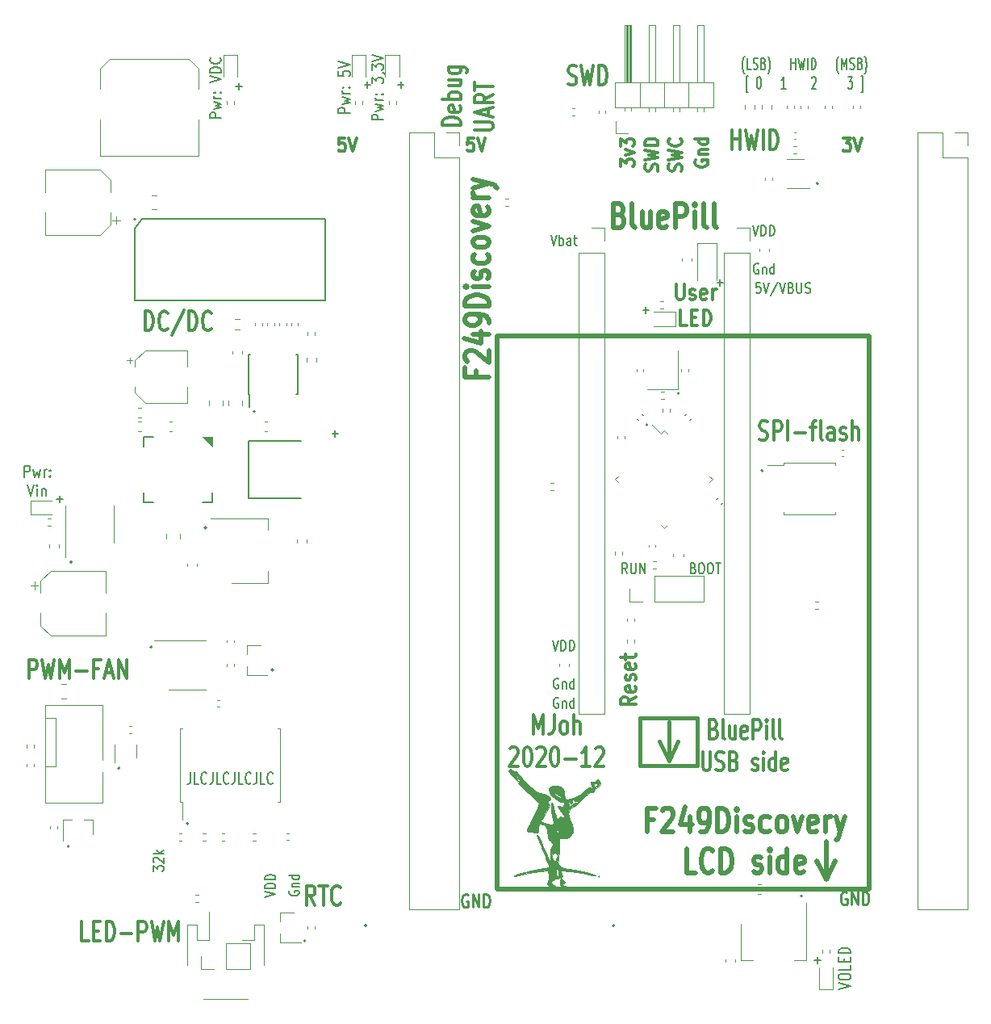
<source format=gbr>
%TF.GenerationSoftware,KiCad,Pcbnew,5.1.9-73d0e3b20d~88~ubuntu18.04.1*%
%TF.CreationDate,2020-12-31T09:15:49+01:00*%
%TF.ProjectId,frontpanel_dev_adapter,66726f6e-7470-4616-9e65-6c5f6465765f,r0.1*%
%TF.SameCoordinates,PX2faf080PY2faf080*%
%TF.FileFunction,Legend,Top*%
%TF.FilePolarity,Positive*%
%FSLAX46Y46*%
G04 Gerber Fmt 4.6, Leading zero omitted, Abs format (unit mm)*
G04 Created by KiCad (PCBNEW 5.1.9-73d0e3b20d~88~ubuntu18.04.1) date 2020-12-31 09:15:49*
%MOMM*%
%LPD*%
G01*
G04 APERTURE LIST*
%ADD10C,0.200000*%
%ADD11C,0.150000*%
%ADD12C,0.300000*%
%ADD13C,0.400000*%
%ADD14C,0.500000*%
%ADD15C,0.350000*%
%ADD16C,0.275000*%
%ADD17C,0.375000*%
%ADD18C,0.120000*%
%ADD19C,0.010000*%
%ADD20C,0.100000*%
G04 APERTURE END LIST*
D10*
X69100000Y-36000000D02*
G75*
G03*
X69100000Y-36000000I-100000J0D01*
G01*
X82000000Y-88700000D02*
G75*
G03*
X82000000Y-88700000I-100000J0D01*
G01*
X63635714Y-54897619D02*
X63335714Y-54373809D01*
X63121428Y-54897619D02*
X63121428Y-53797619D01*
X63464285Y-53797619D01*
X63550000Y-53850000D01*
X63592857Y-53902380D01*
X63635714Y-54007142D01*
X63635714Y-54164285D01*
X63592857Y-54269047D01*
X63550000Y-54321428D01*
X63464285Y-54373809D01*
X63121428Y-54373809D01*
X64021428Y-53797619D02*
X64021428Y-54688095D01*
X64064285Y-54792857D01*
X64107142Y-54845238D01*
X64192857Y-54897619D01*
X64364285Y-54897619D01*
X64450000Y-54845238D01*
X64492857Y-54792857D01*
X64535714Y-54688095D01*
X64535714Y-53797619D01*
X64964285Y-54897619D02*
X64964285Y-53797619D01*
X65478571Y-54897619D01*
X65478571Y-53797619D01*
X70578571Y-54321428D02*
X70707142Y-54373809D01*
X70750000Y-54426190D01*
X70792857Y-54530952D01*
X70792857Y-54688095D01*
X70750000Y-54792857D01*
X70707142Y-54845238D01*
X70621428Y-54897619D01*
X70278571Y-54897619D01*
X70278571Y-53797619D01*
X70578571Y-53797619D01*
X70664285Y-53850000D01*
X70707142Y-53902380D01*
X70750000Y-54007142D01*
X70750000Y-54111904D01*
X70707142Y-54216666D01*
X70664285Y-54269047D01*
X70578571Y-54321428D01*
X70278571Y-54321428D01*
X71350000Y-53797619D02*
X71521428Y-53797619D01*
X71607142Y-53850000D01*
X71692857Y-53954761D01*
X71735714Y-54164285D01*
X71735714Y-54530952D01*
X71692857Y-54740476D01*
X71607142Y-54845238D01*
X71521428Y-54897619D01*
X71350000Y-54897619D01*
X71264285Y-54845238D01*
X71178571Y-54740476D01*
X71135714Y-54530952D01*
X71135714Y-54164285D01*
X71178571Y-53954761D01*
X71264285Y-53850000D01*
X71350000Y-53797619D01*
X72292857Y-53797619D02*
X72464285Y-53797619D01*
X72550000Y-53850000D01*
X72635714Y-53954761D01*
X72678571Y-54164285D01*
X72678571Y-54530952D01*
X72635714Y-54740476D01*
X72550000Y-54845238D01*
X72464285Y-54897619D01*
X72292857Y-54897619D01*
X72207142Y-54845238D01*
X72121428Y-54740476D01*
X72078571Y-54530952D01*
X72078571Y-54164285D01*
X72121428Y-53954761D01*
X72207142Y-53850000D01*
X72292857Y-53797619D01*
X72935714Y-53797619D02*
X73450000Y-53797619D01*
X73192857Y-54897619D02*
X73192857Y-53797619D01*
D11*
X32695238Y-40264285D02*
X33304761Y-40264285D01*
X33000000Y-40607142D02*
X33000000Y-39921428D01*
X73095238Y-24364285D02*
X73704761Y-24364285D01*
X73400000Y-24707142D02*
X73400000Y-24021428D01*
X65295238Y-27264285D02*
X65904761Y-27264285D01*
X65600000Y-27607142D02*
X65600000Y-26921428D01*
X83295238Y-95464285D02*
X83904761Y-95464285D01*
X83600000Y-95807142D02*
X83600000Y-95121428D01*
X3795238Y-47064285D02*
X4404761Y-47064285D01*
X4100000Y-47407142D02*
X4100000Y-46721428D01*
X39595238Y-3664285D02*
X40204761Y-3664285D01*
X39900000Y-4007142D02*
X39900000Y-3321428D01*
X36095238Y-3664285D02*
X36704761Y-3664285D01*
X36400000Y-4007142D02*
X36400000Y-3321428D01*
X22557142Y-3864285D02*
X23242857Y-3864285D01*
X22900000Y-4207142D02*
X22900000Y-3521428D01*
D12*
X68800000Y-24573809D02*
X68800000Y-25869047D01*
X68866666Y-26021428D01*
X68933333Y-26097619D01*
X69066666Y-26173809D01*
X69333333Y-26173809D01*
X69466666Y-26097619D01*
X69533333Y-26021428D01*
X69600000Y-25869047D01*
X69600000Y-24573809D01*
X70200000Y-26097619D02*
X70333333Y-26173809D01*
X70600000Y-26173809D01*
X70733333Y-26097619D01*
X70800000Y-25945238D01*
X70800000Y-25869047D01*
X70733333Y-25716666D01*
X70600000Y-25640476D01*
X70400000Y-25640476D01*
X70266666Y-25564285D01*
X70200000Y-25411904D01*
X70200000Y-25335714D01*
X70266666Y-25183333D01*
X70400000Y-25107142D01*
X70600000Y-25107142D01*
X70733333Y-25183333D01*
X71933333Y-26097619D02*
X71800000Y-26173809D01*
X71533333Y-26173809D01*
X71400000Y-26097619D01*
X71333333Y-25945238D01*
X71333333Y-25335714D01*
X71400000Y-25183333D01*
X71533333Y-25107142D01*
X71800000Y-25107142D01*
X71933333Y-25183333D01*
X72000000Y-25335714D01*
X72000000Y-25488095D01*
X71333333Y-25640476D01*
X72600000Y-26173809D02*
X72600000Y-25107142D01*
X72600000Y-25411904D02*
X72666666Y-25259523D01*
X72733333Y-25183333D01*
X72866666Y-25107142D01*
X73000000Y-25107142D01*
X69900000Y-28873809D02*
X69233333Y-28873809D01*
X69233333Y-27273809D01*
X70366666Y-28035714D02*
X70833333Y-28035714D01*
X71033333Y-28873809D02*
X70366666Y-28873809D01*
X70366666Y-27273809D01*
X71033333Y-27273809D01*
X71633333Y-28873809D02*
X71633333Y-27273809D01*
X71966666Y-27273809D01*
X72166666Y-27350000D01*
X72300000Y-27502380D01*
X72366666Y-27654761D01*
X72433333Y-27959523D01*
X72433333Y-28188095D01*
X72366666Y-28492857D01*
X72300000Y-28645238D01*
X72166666Y-28797619D01*
X71966666Y-28873809D01*
X71633333Y-28873809D01*
X64523809Y-67833333D02*
X63761904Y-68300000D01*
X64523809Y-68633333D02*
X62923809Y-68633333D01*
X62923809Y-68100000D01*
X63000000Y-67966666D01*
X63076190Y-67900000D01*
X63228571Y-67833333D01*
X63457142Y-67833333D01*
X63609523Y-67900000D01*
X63685714Y-67966666D01*
X63761904Y-68100000D01*
X63761904Y-68633333D01*
X64447619Y-66700000D02*
X64523809Y-66833333D01*
X64523809Y-67100000D01*
X64447619Y-67233333D01*
X64295238Y-67300000D01*
X63685714Y-67300000D01*
X63533333Y-67233333D01*
X63457142Y-67100000D01*
X63457142Y-66833333D01*
X63533333Y-66700000D01*
X63685714Y-66633333D01*
X63838095Y-66633333D01*
X63990476Y-67300000D01*
X64447619Y-66100000D02*
X64523809Y-65966666D01*
X64523809Y-65700000D01*
X64447619Y-65566666D01*
X64295238Y-65500000D01*
X64219047Y-65500000D01*
X64066666Y-65566666D01*
X63990476Y-65700000D01*
X63990476Y-65900000D01*
X63914285Y-66033333D01*
X63761904Y-66100000D01*
X63685714Y-66100000D01*
X63533333Y-66033333D01*
X63457142Y-65900000D01*
X63457142Y-65700000D01*
X63533333Y-65566666D01*
X64447619Y-64366666D02*
X64523809Y-64500000D01*
X64523809Y-64766666D01*
X64447619Y-64900000D01*
X64295238Y-64966666D01*
X63685714Y-64966666D01*
X63533333Y-64900000D01*
X63457142Y-64766666D01*
X63457142Y-64500000D01*
X63533333Y-64366666D01*
X63685714Y-64300000D01*
X63838095Y-64300000D01*
X63990476Y-64966666D01*
X63457142Y-63900000D02*
X63457142Y-63366666D01*
X62923809Y-63700000D02*
X64295238Y-63700000D01*
X64447619Y-63633333D01*
X64523809Y-63500000D01*
X64523809Y-63366666D01*
D10*
X83700000Y-14000000D02*
G75*
G03*
X83700000Y-14000000I-100000J0D01*
G01*
X24600000Y-37900000D02*
G75*
G03*
X24600000Y-37900000I-100000J0D01*
G01*
X5400000Y-53700000D02*
G75*
G03*
X5400000Y-53700000I-100000J0D01*
G01*
X19500000Y-50100000D02*
G75*
G03*
X19500000Y-50100000I-100000J0D01*
G01*
X26500000Y-65000000D02*
G75*
G03*
X26500000Y-65000000I-100000J0D01*
G01*
X13800000Y-62600000D02*
G75*
G03*
X13800000Y-62600000I-100000J0D01*
G01*
X17600000Y-81100000D02*
G75*
G03*
X17600000Y-81100000I-100000J0D01*
G01*
X10400000Y-75300000D02*
G75*
G03*
X10400000Y-75300000I-100000J0D01*
G01*
X5100000Y-83500000D02*
G75*
G03*
X5100000Y-83500000I-100000J0D01*
G01*
X29900000Y-93400000D02*
G75*
G03*
X29900000Y-93400000I-100000J0D01*
G01*
X36300000Y-91800000D02*
G75*
G03*
X36300000Y-91800000I-100000J0D01*
G01*
X62300000Y-91800000D02*
G75*
G03*
X62300000Y-91800000I-100000J0D01*
G01*
X65800000Y-39300000D02*
G75*
G03*
X65800000Y-39300000I-100000J0D01*
G01*
X77900000Y-44100000D02*
G75*
G03*
X77900000Y-44100000I-100000J0D01*
G01*
D13*
X68000000Y-70500000D02*
X68000000Y-74500000D01*
X68000000Y-74500000D02*
X67000000Y-72500000D01*
X68000000Y-74500000D02*
X69000000Y-72500000D01*
D14*
X84500000Y-87000000D02*
X83500000Y-85000000D01*
X84500000Y-87000000D02*
X85500000Y-85000000D01*
X84500000Y-83000000D02*
X84500000Y-87000000D01*
D15*
X72733333Y-71182142D02*
X72933333Y-71277380D01*
X73000000Y-71372619D01*
X73066666Y-71563095D01*
X73066666Y-71848809D01*
X73000000Y-72039285D01*
X72933333Y-72134523D01*
X72800000Y-72229761D01*
X72266666Y-72229761D01*
X72266666Y-70229761D01*
X72733333Y-70229761D01*
X72866666Y-70325000D01*
X72933333Y-70420238D01*
X73000000Y-70610714D01*
X73000000Y-70801190D01*
X72933333Y-70991666D01*
X72866666Y-71086904D01*
X72733333Y-71182142D01*
X72266666Y-71182142D01*
X73866666Y-72229761D02*
X73733333Y-72134523D01*
X73666666Y-71944047D01*
X73666666Y-70229761D01*
X75000000Y-70896428D02*
X75000000Y-72229761D01*
X74400000Y-70896428D02*
X74400000Y-71944047D01*
X74466666Y-72134523D01*
X74600000Y-72229761D01*
X74800000Y-72229761D01*
X74933333Y-72134523D01*
X75000000Y-72039285D01*
X76200000Y-72134523D02*
X76066666Y-72229761D01*
X75800000Y-72229761D01*
X75666666Y-72134523D01*
X75600000Y-71944047D01*
X75600000Y-71182142D01*
X75666666Y-70991666D01*
X75800000Y-70896428D01*
X76066666Y-70896428D01*
X76200000Y-70991666D01*
X76266666Y-71182142D01*
X76266666Y-71372619D01*
X75600000Y-71563095D01*
X76866666Y-72229761D02*
X76866666Y-70229761D01*
X77400000Y-70229761D01*
X77533333Y-70325000D01*
X77600000Y-70420238D01*
X77666666Y-70610714D01*
X77666666Y-70896428D01*
X77600000Y-71086904D01*
X77533333Y-71182142D01*
X77400000Y-71277380D01*
X76866666Y-71277380D01*
X78266666Y-72229761D02*
X78266666Y-70896428D01*
X78266666Y-70229761D02*
X78200000Y-70325000D01*
X78266666Y-70420238D01*
X78333333Y-70325000D01*
X78266666Y-70229761D01*
X78266666Y-70420238D01*
X79133333Y-72229761D02*
X79000000Y-72134523D01*
X78933333Y-71944047D01*
X78933333Y-70229761D01*
X79866666Y-72229761D02*
X79733333Y-72134523D01*
X79666666Y-71944047D01*
X79666666Y-70229761D01*
X71566666Y-73579761D02*
X71566666Y-75198809D01*
X71633333Y-75389285D01*
X71700000Y-75484523D01*
X71833333Y-75579761D01*
X72100000Y-75579761D01*
X72233333Y-75484523D01*
X72300000Y-75389285D01*
X72366666Y-75198809D01*
X72366666Y-73579761D01*
X72966666Y-75484523D02*
X73166666Y-75579761D01*
X73500000Y-75579761D01*
X73633333Y-75484523D01*
X73700000Y-75389285D01*
X73766666Y-75198809D01*
X73766666Y-75008333D01*
X73700000Y-74817857D01*
X73633333Y-74722619D01*
X73500000Y-74627380D01*
X73233333Y-74532142D01*
X73100000Y-74436904D01*
X73033333Y-74341666D01*
X72966666Y-74151190D01*
X72966666Y-73960714D01*
X73033333Y-73770238D01*
X73100000Y-73675000D01*
X73233333Y-73579761D01*
X73566666Y-73579761D01*
X73766666Y-73675000D01*
X74833333Y-74532142D02*
X75033333Y-74627380D01*
X75100000Y-74722619D01*
X75166666Y-74913095D01*
X75166666Y-75198809D01*
X75100000Y-75389285D01*
X75033333Y-75484523D01*
X74900000Y-75579761D01*
X74366666Y-75579761D01*
X74366666Y-73579761D01*
X74833333Y-73579761D01*
X74966666Y-73675000D01*
X75033333Y-73770238D01*
X75100000Y-73960714D01*
X75100000Y-74151190D01*
X75033333Y-74341666D01*
X74966666Y-74436904D01*
X74833333Y-74532142D01*
X74366666Y-74532142D01*
X76766666Y-75484523D02*
X76900000Y-75579761D01*
X77166666Y-75579761D01*
X77300000Y-75484523D01*
X77366666Y-75294047D01*
X77366666Y-75198809D01*
X77300000Y-75008333D01*
X77166666Y-74913095D01*
X76966666Y-74913095D01*
X76833333Y-74817857D01*
X76766666Y-74627380D01*
X76766666Y-74532142D01*
X76833333Y-74341666D01*
X76966666Y-74246428D01*
X77166666Y-74246428D01*
X77300000Y-74341666D01*
X77966666Y-75579761D02*
X77966666Y-74246428D01*
X77966666Y-73579761D02*
X77900000Y-73675000D01*
X77966666Y-73770238D01*
X78033333Y-73675000D01*
X77966666Y-73579761D01*
X77966666Y-73770238D01*
X79233333Y-75579761D02*
X79233333Y-73579761D01*
X79233333Y-75484523D02*
X79100000Y-75579761D01*
X78833333Y-75579761D01*
X78700000Y-75484523D01*
X78633333Y-75389285D01*
X78566666Y-75198809D01*
X78566666Y-74627380D01*
X78633333Y-74436904D01*
X78700000Y-74341666D01*
X78833333Y-74246428D01*
X79100000Y-74246428D01*
X79233333Y-74341666D01*
X80433333Y-75484523D02*
X80300000Y-75579761D01*
X80033333Y-75579761D01*
X79900000Y-75484523D01*
X79833333Y-75294047D01*
X79833333Y-74532142D01*
X79900000Y-74341666D01*
X80033333Y-74246428D01*
X80300000Y-74246428D01*
X80433333Y-74341666D01*
X80500000Y-74532142D01*
X80500000Y-74722619D01*
X79833333Y-74913095D01*
D13*
X65000000Y-75000000D02*
X65000000Y-70000000D01*
X71000000Y-75000000D02*
X65000000Y-75000000D01*
X71000000Y-70000000D02*
X71000000Y-75000000D01*
X65000000Y-70000000D02*
X71000000Y-70000000D01*
D14*
X66380952Y-80696428D02*
X65714285Y-80696428D01*
X65714285Y-82005952D02*
X65714285Y-79505952D01*
X66666666Y-79505952D01*
X67333333Y-79744047D02*
X67428571Y-79625000D01*
X67619047Y-79505952D01*
X68095238Y-79505952D01*
X68285714Y-79625000D01*
X68380952Y-79744047D01*
X68476190Y-79982142D01*
X68476190Y-80220238D01*
X68380952Y-80577380D01*
X67238095Y-82005952D01*
X68476190Y-82005952D01*
X70190476Y-80339285D02*
X70190476Y-82005952D01*
X69714285Y-79386904D02*
X69238095Y-81172619D01*
X70476190Y-81172619D01*
X71333333Y-82005952D02*
X71714285Y-82005952D01*
X71904761Y-81886904D01*
X72000000Y-81767857D01*
X72190476Y-81410714D01*
X72285714Y-80934523D01*
X72285714Y-79982142D01*
X72190476Y-79744047D01*
X72095238Y-79625000D01*
X71904761Y-79505952D01*
X71523809Y-79505952D01*
X71333333Y-79625000D01*
X71238095Y-79744047D01*
X71142857Y-79982142D01*
X71142857Y-80577380D01*
X71238095Y-80815476D01*
X71333333Y-80934523D01*
X71523809Y-81053571D01*
X71904761Y-81053571D01*
X72095238Y-80934523D01*
X72190476Y-80815476D01*
X72285714Y-80577380D01*
X73142857Y-82005952D02*
X73142857Y-79505952D01*
X73619047Y-79505952D01*
X73904761Y-79625000D01*
X74095238Y-79863095D01*
X74190476Y-80101190D01*
X74285714Y-80577380D01*
X74285714Y-80934523D01*
X74190476Y-81410714D01*
X74095238Y-81648809D01*
X73904761Y-81886904D01*
X73619047Y-82005952D01*
X73142857Y-82005952D01*
X75142857Y-82005952D02*
X75142857Y-80339285D01*
X75142857Y-79505952D02*
X75047619Y-79625000D01*
X75142857Y-79744047D01*
X75238095Y-79625000D01*
X75142857Y-79505952D01*
X75142857Y-79744047D01*
X76000000Y-81886904D02*
X76190476Y-82005952D01*
X76571428Y-82005952D01*
X76761904Y-81886904D01*
X76857142Y-81648809D01*
X76857142Y-81529761D01*
X76761904Y-81291666D01*
X76571428Y-81172619D01*
X76285714Y-81172619D01*
X76095238Y-81053571D01*
X76000000Y-80815476D01*
X76000000Y-80696428D01*
X76095238Y-80458333D01*
X76285714Y-80339285D01*
X76571428Y-80339285D01*
X76761904Y-80458333D01*
X78571428Y-81886904D02*
X78380952Y-82005952D01*
X78000000Y-82005952D01*
X77809523Y-81886904D01*
X77714285Y-81767857D01*
X77619047Y-81529761D01*
X77619047Y-80815476D01*
X77714285Y-80577380D01*
X77809523Y-80458333D01*
X78000000Y-80339285D01*
X78380952Y-80339285D01*
X78571428Y-80458333D01*
X79714285Y-82005952D02*
X79523809Y-81886904D01*
X79428571Y-81767857D01*
X79333333Y-81529761D01*
X79333333Y-80815476D01*
X79428571Y-80577380D01*
X79523809Y-80458333D01*
X79714285Y-80339285D01*
X80000000Y-80339285D01*
X80190476Y-80458333D01*
X80285714Y-80577380D01*
X80380952Y-80815476D01*
X80380952Y-81529761D01*
X80285714Y-81767857D01*
X80190476Y-81886904D01*
X80000000Y-82005952D01*
X79714285Y-82005952D01*
X81047619Y-80339285D02*
X81523809Y-82005952D01*
X82000000Y-80339285D01*
X83523809Y-81886904D02*
X83333333Y-82005952D01*
X82952380Y-82005952D01*
X82761904Y-81886904D01*
X82666666Y-81648809D01*
X82666666Y-80696428D01*
X82761904Y-80458333D01*
X82952380Y-80339285D01*
X83333333Y-80339285D01*
X83523809Y-80458333D01*
X83619047Y-80696428D01*
X83619047Y-80934523D01*
X82666666Y-81172619D01*
X84476190Y-82005952D02*
X84476190Y-80339285D01*
X84476190Y-80815476D02*
X84571428Y-80577380D01*
X84666666Y-80458333D01*
X84857142Y-80339285D01*
X85047619Y-80339285D01*
X85523809Y-80339285D02*
X86000000Y-82005952D01*
X86476190Y-80339285D02*
X86000000Y-82005952D01*
X85809523Y-82601190D01*
X85714285Y-82720238D01*
X85523809Y-82839285D01*
X70809523Y-86255952D02*
X69857142Y-86255952D01*
X69857142Y-83755952D01*
X72619047Y-86017857D02*
X72523809Y-86136904D01*
X72238095Y-86255952D01*
X72047619Y-86255952D01*
X71761904Y-86136904D01*
X71571428Y-85898809D01*
X71476190Y-85660714D01*
X71380952Y-85184523D01*
X71380952Y-84827380D01*
X71476190Y-84351190D01*
X71571428Y-84113095D01*
X71761904Y-83875000D01*
X72047619Y-83755952D01*
X72238095Y-83755952D01*
X72523809Y-83875000D01*
X72619047Y-83994047D01*
X73476190Y-86255952D02*
X73476190Y-83755952D01*
X73952380Y-83755952D01*
X74238095Y-83875000D01*
X74428571Y-84113095D01*
X74523809Y-84351190D01*
X74619047Y-84827380D01*
X74619047Y-85184523D01*
X74523809Y-85660714D01*
X74428571Y-85898809D01*
X74238095Y-86136904D01*
X73952380Y-86255952D01*
X73476190Y-86255952D01*
X76904761Y-86136904D02*
X77095238Y-86255952D01*
X77476190Y-86255952D01*
X77666666Y-86136904D01*
X77761904Y-85898809D01*
X77761904Y-85779761D01*
X77666666Y-85541666D01*
X77476190Y-85422619D01*
X77190476Y-85422619D01*
X77000000Y-85303571D01*
X76904761Y-85065476D01*
X76904761Y-84946428D01*
X77000000Y-84708333D01*
X77190476Y-84589285D01*
X77476190Y-84589285D01*
X77666666Y-84708333D01*
X78619047Y-86255952D02*
X78619047Y-84589285D01*
X78619047Y-83755952D02*
X78523809Y-83875000D01*
X78619047Y-83994047D01*
X78714285Y-83875000D01*
X78619047Y-83755952D01*
X78619047Y-83994047D01*
X80428571Y-86255952D02*
X80428571Y-83755952D01*
X80428571Y-86136904D02*
X80238095Y-86255952D01*
X79857142Y-86255952D01*
X79666666Y-86136904D01*
X79571428Y-86017857D01*
X79476190Y-85779761D01*
X79476190Y-85065476D01*
X79571428Y-84827380D01*
X79666666Y-84708333D01*
X79857142Y-84589285D01*
X80238095Y-84589285D01*
X80428571Y-84708333D01*
X82142857Y-86136904D02*
X81952380Y-86255952D01*
X81571428Y-86255952D01*
X81380952Y-86136904D01*
X81285714Y-85898809D01*
X81285714Y-84946428D01*
X81380952Y-84708333D01*
X81571428Y-84589285D01*
X81952380Y-84589285D01*
X82142857Y-84708333D01*
X82238095Y-84946428D01*
X82238095Y-85184523D01*
X81285714Y-85422619D01*
X50000000Y-88000000D02*
X50000000Y-30000000D01*
X89000000Y-88000000D02*
X50000000Y-88000000D01*
X89000000Y-30000000D02*
X89000000Y-88000000D01*
X50000000Y-30000000D02*
X89000000Y-30000000D01*
D12*
X66816666Y-12696428D02*
X66883333Y-12517857D01*
X66883333Y-12220238D01*
X66816666Y-12101190D01*
X66750000Y-12041666D01*
X66616666Y-11982142D01*
X66483333Y-11982142D01*
X66350000Y-12041666D01*
X66283333Y-12101190D01*
X66216666Y-12220238D01*
X66150000Y-12458333D01*
X66083333Y-12577380D01*
X66016666Y-12636904D01*
X65883333Y-12696428D01*
X65750000Y-12696428D01*
X65616666Y-12636904D01*
X65550000Y-12577380D01*
X65483333Y-12458333D01*
X65483333Y-12160714D01*
X65550000Y-11982142D01*
X65483333Y-11565476D02*
X66883333Y-11267857D01*
X65883333Y-11029761D01*
X66883333Y-10791666D01*
X65483333Y-10494047D01*
X66883333Y-10017857D02*
X65483333Y-10017857D01*
X65483333Y-9720238D01*
X65550000Y-9541666D01*
X65683333Y-9422619D01*
X65816666Y-9363095D01*
X66083333Y-9303571D01*
X66283333Y-9303571D01*
X66550000Y-9363095D01*
X66683333Y-9422619D01*
X66816666Y-9541666D01*
X66883333Y-9720238D01*
X66883333Y-10017857D01*
X69316666Y-12696428D02*
X69383333Y-12517857D01*
X69383333Y-12220238D01*
X69316666Y-12101190D01*
X69250000Y-12041666D01*
X69116666Y-11982142D01*
X68983333Y-11982142D01*
X68850000Y-12041666D01*
X68783333Y-12101190D01*
X68716666Y-12220238D01*
X68650000Y-12458333D01*
X68583333Y-12577380D01*
X68516666Y-12636904D01*
X68383333Y-12696428D01*
X68250000Y-12696428D01*
X68116666Y-12636904D01*
X68050000Y-12577380D01*
X67983333Y-12458333D01*
X67983333Y-12160714D01*
X68050000Y-11982142D01*
X67983333Y-11565476D02*
X69383333Y-11267857D01*
X68383333Y-11029761D01*
X69383333Y-10791666D01*
X67983333Y-10494047D01*
X69250000Y-9303571D02*
X69316666Y-9363095D01*
X69383333Y-9541666D01*
X69383333Y-9660714D01*
X69316666Y-9839285D01*
X69183333Y-9958333D01*
X69050000Y-10017857D01*
X68783333Y-10077380D01*
X68583333Y-10077380D01*
X68316666Y-10017857D01*
X68183333Y-9958333D01*
X68050000Y-9839285D01*
X67983333Y-9660714D01*
X67983333Y-9541666D01*
X68050000Y-9363095D01*
X68116666Y-9303571D01*
X70800000Y-11553571D02*
X70733333Y-11672619D01*
X70733333Y-11851190D01*
X70800000Y-12029761D01*
X70933333Y-12148809D01*
X71066666Y-12208333D01*
X71333333Y-12267857D01*
X71533333Y-12267857D01*
X71800000Y-12208333D01*
X71933333Y-12148809D01*
X72066666Y-12029761D01*
X72133333Y-11851190D01*
X72133333Y-11732142D01*
X72066666Y-11553571D01*
X72000000Y-11494047D01*
X71533333Y-11494047D01*
X71533333Y-11732142D01*
X71200000Y-10958333D02*
X72133333Y-10958333D01*
X71333333Y-10958333D02*
X71266666Y-10898809D01*
X71200000Y-10779761D01*
X71200000Y-10601190D01*
X71266666Y-10482142D01*
X71400000Y-10422619D01*
X72133333Y-10422619D01*
X72133333Y-9291666D02*
X70733333Y-9291666D01*
X72066666Y-9291666D02*
X72133333Y-9410714D01*
X72133333Y-9648809D01*
X72066666Y-9767857D01*
X72000000Y-9827380D01*
X71866666Y-9886904D01*
X71466666Y-9886904D01*
X71333333Y-9827380D01*
X71266666Y-9767857D01*
X71200000Y-9648809D01*
X71200000Y-9410714D01*
X71266666Y-9291666D01*
X62983333Y-12238095D02*
X62983333Y-11464285D01*
X63516666Y-11880952D01*
X63516666Y-11702380D01*
X63583333Y-11583333D01*
X63650000Y-11523809D01*
X63783333Y-11464285D01*
X64116666Y-11464285D01*
X64250000Y-11523809D01*
X64316666Y-11583333D01*
X64383333Y-11702380D01*
X64383333Y-12059523D01*
X64316666Y-12178571D01*
X64250000Y-12238095D01*
X63450000Y-11047619D02*
X64383333Y-10750000D01*
X63450000Y-10452380D01*
X62983333Y-10095238D02*
X62983333Y-9321428D01*
X63516666Y-9738095D01*
X63516666Y-9559523D01*
X63583333Y-9440476D01*
X63650000Y-9380952D01*
X63783333Y-9321428D01*
X64116666Y-9321428D01*
X64250000Y-9380952D01*
X64316666Y-9440476D01*
X64383333Y-9559523D01*
X64383333Y-9916666D01*
X64316666Y-10035714D01*
X64250000Y-10095238D01*
X86297619Y-9233333D02*
X87071428Y-9233333D01*
X86654761Y-9766666D01*
X86833333Y-9766666D01*
X86952380Y-9833333D01*
X87011904Y-9900000D01*
X87071428Y-10033333D01*
X87071428Y-10366666D01*
X87011904Y-10500000D01*
X86952380Y-10566666D01*
X86833333Y-10633333D01*
X86476190Y-10633333D01*
X86357142Y-10566666D01*
X86297619Y-10500000D01*
X87428571Y-9233333D02*
X87845238Y-10633333D01*
X88261904Y-9233333D01*
X47511904Y-9233333D02*
X46916666Y-9233333D01*
X46857142Y-9900000D01*
X46916666Y-9833333D01*
X47035714Y-9766666D01*
X47333333Y-9766666D01*
X47452380Y-9833333D01*
X47511904Y-9900000D01*
X47571428Y-10033333D01*
X47571428Y-10366666D01*
X47511904Y-10500000D01*
X47452380Y-10566666D01*
X47333333Y-10633333D01*
X47035714Y-10633333D01*
X46916666Y-10566666D01*
X46857142Y-10500000D01*
X47928571Y-9233333D02*
X48345238Y-10633333D01*
X48761904Y-9233333D01*
D16*
X46911904Y-88550000D02*
X46807142Y-88483333D01*
X46650000Y-88483333D01*
X46492857Y-88550000D01*
X46388095Y-88683333D01*
X46335714Y-88816666D01*
X46283333Y-89083333D01*
X46283333Y-89283333D01*
X46335714Y-89550000D01*
X46388095Y-89683333D01*
X46492857Y-89816666D01*
X46650000Y-89883333D01*
X46754761Y-89883333D01*
X46911904Y-89816666D01*
X46964285Y-89750000D01*
X46964285Y-89283333D01*
X46754761Y-89283333D01*
X47435714Y-89883333D02*
X47435714Y-88483333D01*
X48064285Y-89883333D01*
X48064285Y-88483333D01*
X48588095Y-89883333D02*
X48588095Y-88483333D01*
X48850000Y-88483333D01*
X49007142Y-88550000D01*
X49111904Y-88683333D01*
X49164285Y-88816666D01*
X49216666Y-89083333D01*
X49216666Y-89283333D01*
X49164285Y-89550000D01*
X49111904Y-89683333D01*
X49007142Y-89816666D01*
X48850000Y-89883333D01*
X48588095Y-89883333D01*
D10*
X17842857Y-75742857D02*
X17842857Y-76600000D01*
X17800000Y-76771428D01*
X17714285Y-76885714D01*
X17585714Y-76942857D01*
X17500000Y-76942857D01*
X18700000Y-76942857D02*
X18271428Y-76942857D01*
X18271428Y-75742857D01*
X19514285Y-76828571D02*
X19471428Y-76885714D01*
X19342857Y-76942857D01*
X19257142Y-76942857D01*
X19128571Y-76885714D01*
X19042857Y-76771428D01*
X19000000Y-76657142D01*
X18957142Y-76428571D01*
X18957142Y-76257142D01*
X19000000Y-76028571D01*
X19042857Y-75914285D01*
X19128571Y-75800000D01*
X19257142Y-75742857D01*
X19342857Y-75742857D01*
X19471428Y-75800000D01*
X19514285Y-75857142D01*
X20157142Y-75742857D02*
X20157142Y-76600000D01*
X20114285Y-76771428D01*
X20028571Y-76885714D01*
X19900000Y-76942857D01*
X19814285Y-76942857D01*
X21014285Y-76942857D02*
X20585714Y-76942857D01*
X20585714Y-75742857D01*
X21828571Y-76828571D02*
X21785714Y-76885714D01*
X21657142Y-76942857D01*
X21571428Y-76942857D01*
X21442857Y-76885714D01*
X21357142Y-76771428D01*
X21314285Y-76657142D01*
X21271428Y-76428571D01*
X21271428Y-76257142D01*
X21314285Y-76028571D01*
X21357142Y-75914285D01*
X21442857Y-75800000D01*
X21571428Y-75742857D01*
X21657142Y-75742857D01*
X21785714Y-75800000D01*
X21828571Y-75857142D01*
X22471428Y-75742857D02*
X22471428Y-76600000D01*
X22428571Y-76771428D01*
X22342857Y-76885714D01*
X22214285Y-76942857D01*
X22128571Y-76942857D01*
X23328571Y-76942857D02*
X22900000Y-76942857D01*
X22900000Y-75742857D01*
X24142857Y-76828571D02*
X24100000Y-76885714D01*
X23971428Y-76942857D01*
X23885714Y-76942857D01*
X23757142Y-76885714D01*
X23671428Y-76771428D01*
X23628571Y-76657142D01*
X23585714Y-76428571D01*
X23585714Y-76257142D01*
X23628571Y-76028571D01*
X23671428Y-75914285D01*
X23757142Y-75800000D01*
X23885714Y-75742857D01*
X23971428Y-75742857D01*
X24100000Y-75800000D01*
X24142857Y-75857142D01*
X24785714Y-75742857D02*
X24785714Y-76600000D01*
X24742857Y-76771428D01*
X24657142Y-76885714D01*
X24528571Y-76942857D01*
X24442857Y-76942857D01*
X25642857Y-76942857D02*
X25214285Y-76942857D01*
X25214285Y-75742857D01*
X26457142Y-76828571D02*
X26414285Y-76885714D01*
X26285714Y-76942857D01*
X26200000Y-76942857D01*
X26071428Y-76885714D01*
X25985714Y-76771428D01*
X25942857Y-76657142D01*
X25900000Y-76428571D01*
X25900000Y-76257142D01*
X25942857Y-76028571D01*
X25985714Y-75914285D01*
X26071428Y-75800000D01*
X26200000Y-75742857D01*
X26285714Y-75742857D01*
X26414285Y-75800000D01*
X26457142Y-75857142D01*
D17*
X57464285Y-3559523D02*
X57678571Y-3654761D01*
X58035714Y-3654761D01*
X58178571Y-3559523D01*
X58250000Y-3464285D01*
X58321428Y-3273809D01*
X58321428Y-3083333D01*
X58250000Y-2892857D01*
X58178571Y-2797619D01*
X58035714Y-2702380D01*
X57750000Y-2607142D01*
X57607142Y-2511904D01*
X57535714Y-2416666D01*
X57464285Y-2226190D01*
X57464285Y-2035714D01*
X57535714Y-1845238D01*
X57607142Y-1750000D01*
X57750000Y-1654761D01*
X58107142Y-1654761D01*
X58321428Y-1750000D01*
X58821428Y-1654761D02*
X59178571Y-3654761D01*
X59464285Y-2226190D01*
X59750000Y-3654761D01*
X60107142Y-1654761D01*
X60678571Y-3654761D02*
X60678571Y-1654761D01*
X61035714Y-1654761D01*
X61250000Y-1750000D01*
X61392857Y-1940476D01*
X61464285Y-2130952D01*
X61535714Y-2511904D01*
X61535714Y-2797619D01*
X61464285Y-3178571D01*
X61392857Y-3369047D01*
X61250000Y-3559523D01*
X61035714Y-3654761D01*
X60678571Y-3654761D01*
D10*
X25647619Y-88800000D02*
X26747619Y-88500000D01*
X25647619Y-88200000D01*
X26747619Y-87900000D02*
X25647619Y-87900000D01*
X25647619Y-87685714D01*
X25700000Y-87557142D01*
X25804761Y-87471428D01*
X25909523Y-87428571D01*
X26119047Y-87385714D01*
X26276190Y-87385714D01*
X26485714Y-87428571D01*
X26590476Y-87471428D01*
X26695238Y-87557142D01*
X26747619Y-87685714D01*
X26747619Y-87900000D01*
X26747619Y-87000000D02*
X25647619Y-87000000D01*
X25647619Y-86785714D01*
X25700000Y-86657142D01*
X25804761Y-86571428D01*
X25909523Y-86528571D01*
X26119047Y-86485714D01*
X26276190Y-86485714D01*
X26485714Y-86528571D01*
X26590476Y-86571428D01*
X26695238Y-86657142D01*
X26747619Y-86785714D01*
X26747619Y-87000000D01*
X13897619Y-86092857D02*
X13897619Y-85535714D01*
X14316666Y-85835714D01*
X14316666Y-85707142D01*
X14369047Y-85621428D01*
X14421428Y-85578571D01*
X14526190Y-85535714D01*
X14788095Y-85535714D01*
X14892857Y-85578571D01*
X14945238Y-85621428D01*
X14997619Y-85707142D01*
X14997619Y-85964285D01*
X14945238Y-86050000D01*
X14892857Y-86092857D01*
X14002380Y-85192857D02*
X13950000Y-85150000D01*
X13897619Y-85064285D01*
X13897619Y-84850000D01*
X13950000Y-84764285D01*
X14002380Y-84721428D01*
X14107142Y-84678571D01*
X14211904Y-84678571D01*
X14369047Y-84721428D01*
X14997619Y-85235714D01*
X14997619Y-84678571D01*
X14997619Y-84292857D02*
X13897619Y-84292857D01*
X14578571Y-84207142D02*
X14997619Y-83950000D01*
X14264285Y-83950000D02*
X14683333Y-84292857D01*
X28200000Y-88178571D02*
X28147619Y-88264285D01*
X28147619Y-88392857D01*
X28200000Y-88521428D01*
X28304761Y-88607142D01*
X28409523Y-88650000D01*
X28619047Y-88692857D01*
X28776190Y-88692857D01*
X28985714Y-88650000D01*
X29090476Y-88607142D01*
X29195238Y-88521428D01*
X29247619Y-88392857D01*
X29247619Y-88307142D01*
X29195238Y-88178571D01*
X29142857Y-88135714D01*
X28776190Y-88135714D01*
X28776190Y-88307142D01*
X28514285Y-87750000D02*
X29247619Y-87750000D01*
X28619047Y-87750000D02*
X28566666Y-87707142D01*
X28514285Y-87621428D01*
X28514285Y-87492857D01*
X28566666Y-87407142D01*
X28671428Y-87364285D01*
X29247619Y-87364285D01*
X29247619Y-86550000D02*
X28147619Y-86550000D01*
X29195238Y-86550000D02*
X29247619Y-86635714D01*
X29247619Y-86807142D01*
X29195238Y-86892857D01*
X29142857Y-86935714D01*
X29038095Y-86978571D01*
X28723809Y-86978571D01*
X28619047Y-86935714D01*
X28566666Y-86892857D01*
X28514285Y-86807142D01*
X28514285Y-86635714D01*
X28566666Y-86550000D01*
D16*
X86661904Y-88300000D02*
X86557142Y-88233333D01*
X86400000Y-88233333D01*
X86242857Y-88300000D01*
X86138095Y-88433333D01*
X86085714Y-88566666D01*
X86033333Y-88833333D01*
X86033333Y-89033333D01*
X86085714Y-89300000D01*
X86138095Y-89433333D01*
X86242857Y-89566666D01*
X86400000Y-89633333D01*
X86504761Y-89633333D01*
X86661904Y-89566666D01*
X86714285Y-89500000D01*
X86714285Y-89033333D01*
X86504761Y-89033333D01*
X87185714Y-89633333D02*
X87185714Y-88233333D01*
X87814285Y-89633333D01*
X87814285Y-88233333D01*
X88338095Y-89633333D02*
X88338095Y-88233333D01*
X88600000Y-88233333D01*
X88757142Y-88300000D01*
X88861904Y-88433333D01*
X88914285Y-88566666D01*
X88966666Y-88833333D01*
X88966666Y-89033333D01*
X88914285Y-89300000D01*
X88861904Y-89433333D01*
X88757142Y-89566666D01*
X88600000Y-89633333D01*
X88338095Y-89633333D01*
D12*
X34011904Y-9233333D02*
X33416666Y-9233333D01*
X33357142Y-9900000D01*
X33416666Y-9833333D01*
X33535714Y-9766666D01*
X33833333Y-9766666D01*
X33952380Y-9833333D01*
X34011904Y-9900000D01*
X34071428Y-10033333D01*
X34071428Y-10366666D01*
X34011904Y-10500000D01*
X33952380Y-10566666D01*
X33833333Y-10633333D01*
X33535714Y-10633333D01*
X33416666Y-10566666D01*
X33357142Y-10500000D01*
X34428571Y-9233333D02*
X34845238Y-10633333D01*
X35261904Y-9233333D01*
D10*
X55800000Y-61897619D02*
X56100000Y-62997619D01*
X56400000Y-61897619D01*
X56700000Y-62997619D02*
X56700000Y-61897619D01*
X56914285Y-61897619D01*
X57042857Y-61950000D01*
X57128571Y-62054761D01*
X57171428Y-62159523D01*
X57214285Y-62369047D01*
X57214285Y-62526190D01*
X57171428Y-62735714D01*
X57128571Y-62840476D01*
X57042857Y-62945238D01*
X56914285Y-62997619D01*
X56700000Y-62997619D01*
X57600000Y-62997619D02*
X57600000Y-61897619D01*
X57814285Y-61897619D01*
X57942857Y-61950000D01*
X58028571Y-62054761D01*
X58071428Y-62159523D01*
X58114285Y-62369047D01*
X58114285Y-62526190D01*
X58071428Y-62735714D01*
X58028571Y-62840476D01*
X57942857Y-62945238D01*
X57814285Y-62997619D01*
X57600000Y-62997619D01*
X77621428Y-24397619D02*
X77192857Y-24397619D01*
X77150000Y-24921428D01*
X77192857Y-24869047D01*
X77278571Y-24816666D01*
X77492857Y-24816666D01*
X77578571Y-24869047D01*
X77621428Y-24921428D01*
X77664285Y-25026190D01*
X77664285Y-25288095D01*
X77621428Y-25392857D01*
X77578571Y-25445238D01*
X77492857Y-25497619D01*
X77278571Y-25497619D01*
X77192857Y-25445238D01*
X77150000Y-25392857D01*
X77921428Y-24397619D02*
X78221428Y-25497619D01*
X78521428Y-24397619D01*
X79464285Y-24345238D02*
X78692857Y-25759523D01*
X79635714Y-24397619D02*
X79935714Y-25497619D01*
X80235714Y-24397619D01*
X80835714Y-24921428D02*
X80964285Y-24973809D01*
X81007142Y-25026190D01*
X81050000Y-25130952D01*
X81050000Y-25288095D01*
X81007142Y-25392857D01*
X80964285Y-25445238D01*
X80878571Y-25497619D01*
X80535714Y-25497619D01*
X80535714Y-24397619D01*
X80835714Y-24397619D01*
X80921428Y-24450000D01*
X80964285Y-24502380D01*
X81007142Y-24607142D01*
X81007142Y-24711904D01*
X80964285Y-24816666D01*
X80921428Y-24869047D01*
X80835714Y-24921428D01*
X80535714Y-24921428D01*
X81435714Y-24397619D02*
X81435714Y-25288095D01*
X81478571Y-25392857D01*
X81521428Y-25445238D01*
X81607142Y-25497619D01*
X81778571Y-25497619D01*
X81864285Y-25445238D01*
X81907142Y-25392857D01*
X81950000Y-25288095D01*
X81950000Y-24397619D01*
X82335714Y-25445238D02*
X82464285Y-25497619D01*
X82678571Y-25497619D01*
X82764285Y-25445238D01*
X82807142Y-25392857D01*
X82850000Y-25288095D01*
X82850000Y-25183333D01*
X82807142Y-25078571D01*
X82764285Y-25026190D01*
X82678571Y-24973809D01*
X82507142Y-24921428D01*
X82421428Y-24869047D01*
X82378571Y-24816666D01*
X82335714Y-24711904D01*
X82335714Y-24607142D01*
X82378571Y-24502380D01*
X82421428Y-24450000D01*
X82507142Y-24397619D01*
X82721428Y-24397619D01*
X82850000Y-24450000D01*
X56421428Y-65950000D02*
X56335714Y-65897619D01*
X56207142Y-65897619D01*
X56078571Y-65950000D01*
X55992857Y-66054761D01*
X55950000Y-66159523D01*
X55907142Y-66369047D01*
X55907142Y-66526190D01*
X55950000Y-66735714D01*
X55992857Y-66840476D01*
X56078571Y-66945238D01*
X56207142Y-66997619D01*
X56292857Y-66997619D01*
X56421428Y-66945238D01*
X56464285Y-66892857D01*
X56464285Y-66526190D01*
X56292857Y-66526190D01*
X56850000Y-66264285D02*
X56850000Y-66997619D01*
X56850000Y-66369047D02*
X56892857Y-66316666D01*
X56978571Y-66264285D01*
X57107142Y-66264285D01*
X57192857Y-66316666D01*
X57235714Y-66421428D01*
X57235714Y-66997619D01*
X58050000Y-66997619D02*
X58050000Y-65897619D01*
X58050000Y-66945238D02*
X57964285Y-66997619D01*
X57792857Y-66997619D01*
X57707142Y-66945238D01*
X57664285Y-66892857D01*
X57621428Y-66788095D01*
X57621428Y-66473809D01*
X57664285Y-66369047D01*
X57707142Y-66316666D01*
X57792857Y-66264285D01*
X57964285Y-66264285D01*
X58050000Y-66316666D01*
X56421428Y-67950000D02*
X56335714Y-67897619D01*
X56207142Y-67897619D01*
X56078571Y-67950000D01*
X55992857Y-68054761D01*
X55950000Y-68159523D01*
X55907142Y-68369047D01*
X55907142Y-68526190D01*
X55950000Y-68735714D01*
X55992857Y-68840476D01*
X56078571Y-68945238D01*
X56207142Y-68997619D01*
X56292857Y-68997619D01*
X56421428Y-68945238D01*
X56464285Y-68892857D01*
X56464285Y-68526190D01*
X56292857Y-68526190D01*
X56850000Y-68264285D02*
X56850000Y-68997619D01*
X56850000Y-68369047D02*
X56892857Y-68316666D01*
X56978571Y-68264285D01*
X57107142Y-68264285D01*
X57192857Y-68316666D01*
X57235714Y-68421428D01*
X57235714Y-68997619D01*
X58050000Y-68997619D02*
X58050000Y-67897619D01*
X58050000Y-68945238D02*
X57964285Y-68997619D01*
X57792857Y-68997619D01*
X57707142Y-68945238D01*
X57664285Y-68892857D01*
X57621428Y-68788095D01*
X57621428Y-68473809D01*
X57664285Y-68369047D01*
X57707142Y-68316666D01*
X57792857Y-68264285D01*
X57964285Y-68264285D01*
X58050000Y-68316666D01*
X77421428Y-22450000D02*
X77335714Y-22397619D01*
X77207142Y-22397619D01*
X77078571Y-22450000D01*
X76992857Y-22554761D01*
X76950000Y-22659523D01*
X76907142Y-22869047D01*
X76907142Y-23026190D01*
X76950000Y-23235714D01*
X76992857Y-23340476D01*
X77078571Y-23445238D01*
X77207142Y-23497619D01*
X77292857Y-23497619D01*
X77421428Y-23445238D01*
X77464285Y-23392857D01*
X77464285Y-23026190D01*
X77292857Y-23026190D01*
X77850000Y-22764285D02*
X77850000Y-23497619D01*
X77850000Y-22869047D02*
X77892857Y-22816666D01*
X77978571Y-22764285D01*
X78107142Y-22764285D01*
X78192857Y-22816666D01*
X78235714Y-22921428D01*
X78235714Y-23497619D01*
X79050000Y-23497619D02*
X79050000Y-22397619D01*
X79050000Y-23445238D02*
X78964285Y-23497619D01*
X78792857Y-23497619D01*
X78707142Y-23445238D01*
X78664285Y-23392857D01*
X78621428Y-23288095D01*
X78621428Y-22973809D01*
X78664285Y-22869047D01*
X78707142Y-22816666D01*
X78792857Y-22764285D01*
X78964285Y-22764285D01*
X79050000Y-22816666D01*
X76800000Y-18397619D02*
X77100000Y-19497619D01*
X77400000Y-18397619D01*
X77700000Y-19497619D02*
X77700000Y-18397619D01*
X77914285Y-18397619D01*
X78042857Y-18450000D01*
X78128571Y-18554761D01*
X78171428Y-18659523D01*
X78214285Y-18869047D01*
X78214285Y-19026190D01*
X78171428Y-19235714D01*
X78128571Y-19340476D01*
X78042857Y-19445238D01*
X77914285Y-19497619D01*
X77700000Y-19497619D01*
X78600000Y-19497619D02*
X78600000Y-18397619D01*
X78814285Y-18397619D01*
X78942857Y-18450000D01*
X79028571Y-18554761D01*
X79071428Y-18659523D01*
X79114285Y-18869047D01*
X79114285Y-19026190D01*
X79071428Y-19235714D01*
X79028571Y-19340476D01*
X78942857Y-19445238D01*
X78814285Y-19497619D01*
X78600000Y-19497619D01*
X55628571Y-19397619D02*
X55928571Y-20497619D01*
X56228571Y-19397619D01*
X56528571Y-20497619D02*
X56528571Y-19397619D01*
X56528571Y-19816666D02*
X56614285Y-19764285D01*
X56785714Y-19764285D01*
X56871428Y-19816666D01*
X56914285Y-19869047D01*
X56957142Y-19973809D01*
X56957142Y-20288095D01*
X56914285Y-20392857D01*
X56871428Y-20445238D01*
X56785714Y-20497619D01*
X56614285Y-20497619D01*
X56528571Y-20445238D01*
X57728571Y-20497619D02*
X57728571Y-19921428D01*
X57685714Y-19816666D01*
X57600000Y-19764285D01*
X57428571Y-19764285D01*
X57342857Y-19816666D01*
X57728571Y-20445238D02*
X57642857Y-20497619D01*
X57428571Y-20497619D01*
X57342857Y-20445238D01*
X57300000Y-20340476D01*
X57300000Y-20235714D01*
X57342857Y-20130952D01*
X57428571Y-20078571D01*
X57642857Y-20078571D01*
X57728571Y-20026190D01*
X58028571Y-19764285D02*
X58371428Y-19764285D01*
X58157142Y-19397619D02*
X58157142Y-20340476D01*
X58200000Y-20445238D01*
X58285714Y-20497619D01*
X58371428Y-20497619D01*
D17*
X53821428Y-71717261D02*
X53821428Y-69717261D01*
X54321428Y-71145833D01*
X54821428Y-69717261D01*
X54821428Y-71717261D01*
X55964285Y-69717261D02*
X55964285Y-71145833D01*
X55892857Y-71431547D01*
X55750000Y-71622023D01*
X55535714Y-71717261D01*
X55392857Y-71717261D01*
X56892857Y-71717261D02*
X56750000Y-71622023D01*
X56678571Y-71526785D01*
X56607142Y-71336309D01*
X56607142Y-70764880D01*
X56678571Y-70574404D01*
X56750000Y-70479166D01*
X56892857Y-70383928D01*
X57107142Y-70383928D01*
X57250000Y-70479166D01*
X57321428Y-70574404D01*
X57392857Y-70764880D01*
X57392857Y-71336309D01*
X57321428Y-71526785D01*
X57250000Y-71622023D01*
X57107142Y-71717261D01*
X56892857Y-71717261D01*
X58035714Y-71717261D02*
X58035714Y-69717261D01*
X58678571Y-71717261D02*
X58678571Y-70669642D01*
X58607142Y-70479166D01*
X58464285Y-70383928D01*
X58250000Y-70383928D01*
X58107142Y-70479166D01*
X58035714Y-70574404D01*
X51321428Y-73282738D02*
X51392857Y-73187500D01*
X51535714Y-73092261D01*
X51892857Y-73092261D01*
X52035714Y-73187500D01*
X52107142Y-73282738D01*
X52178571Y-73473214D01*
X52178571Y-73663690D01*
X52107142Y-73949404D01*
X51250000Y-75092261D01*
X52178571Y-75092261D01*
X53107142Y-73092261D02*
X53250000Y-73092261D01*
X53392857Y-73187500D01*
X53464285Y-73282738D01*
X53535714Y-73473214D01*
X53607142Y-73854166D01*
X53607142Y-74330357D01*
X53535714Y-74711309D01*
X53464285Y-74901785D01*
X53392857Y-74997023D01*
X53250000Y-75092261D01*
X53107142Y-75092261D01*
X52964285Y-74997023D01*
X52892857Y-74901785D01*
X52821428Y-74711309D01*
X52750000Y-74330357D01*
X52750000Y-73854166D01*
X52821428Y-73473214D01*
X52892857Y-73282738D01*
X52964285Y-73187500D01*
X53107142Y-73092261D01*
X54178571Y-73282738D02*
X54250000Y-73187500D01*
X54392857Y-73092261D01*
X54750000Y-73092261D01*
X54892857Y-73187500D01*
X54964285Y-73282738D01*
X55035714Y-73473214D01*
X55035714Y-73663690D01*
X54964285Y-73949404D01*
X54107142Y-75092261D01*
X55035714Y-75092261D01*
X55964285Y-73092261D02*
X56107142Y-73092261D01*
X56250000Y-73187500D01*
X56321428Y-73282738D01*
X56392857Y-73473214D01*
X56464285Y-73854166D01*
X56464285Y-74330357D01*
X56392857Y-74711309D01*
X56321428Y-74901785D01*
X56250000Y-74997023D01*
X56107142Y-75092261D01*
X55964285Y-75092261D01*
X55821428Y-74997023D01*
X55750000Y-74901785D01*
X55678571Y-74711309D01*
X55607142Y-74330357D01*
X55607142Y-73854166D01*
X55678571Y-73473214D01*
X55750000Y-73282738D01*
X55821428Y-73187500D01*
X55964285Y-73092261D01*
X57107142Y-74330357D02*
X58250000Y-74330357D01*
X59750000Y-75092261D02*
X58892857Y-75092261D01*
X59321428Y-75092261D02*
X59321428Y-73092261D01*
X59178571Y-73377976D01*
X59035714Y-73568452D01*
X58892857Y-73663690D01*
X60321428Y-73282738D02*
X60392857Y-73187500D01*
X60535714Y-73092261D01*
X60892857Y-73092261D01*
X61035714Y-73187500D01*
X61107142Y-73282738D01*
X61178571Y-73473214D01*
X61178571Y-73663690D01*
X61107142Y-73949404D01*
X60250000Y-75092261D01*
X61178571Y-75092261D01*
D10*
X75964285Y-2500000D02*
X75926190Y-2442857D01*
X75850000Y-2271428D01*
X75811904Y-2157142D01*
X75773809Y-1985714D01*
X75735714Y-1700000D01*
X75735714Y-1471428D01*
X75773809Y-1185714D01*
X75811904Y-1014285D01*
X75850000Y-900000D01*
X75926190Y-728571D01*
X75964285Y-671428D01*
X76650000Y-2042857D02*
X76269047Y-2042857D01*
X76269047Y-842857D01*
X76878571Y-1985714D02*
X76992857Y-2042857D01*
X77183333Y-2042857D01*
X77259523Y-1985714D01*
X77297619Y-1928571D01*
X77335714Y-1814285D01*
X77335714Y-1700000D01*
X77297619Y-1585714D01*
X77259523Y-1528571D01*
X77183333Y-1471428D01*
X77030952Y-1414285D01*
X76954761Y-1357142D01*
X76916666Y-1300000D01*
X76878571Y-1185714D01*
X76878571Y-1071428D01*
X76916666Y-957142D01*
X76954761Y-900000D01*
X77030952Y-842857D01*
X77221428Y-842857D01*
X77335714Y-900000D01*
X77945238Y-1414285D02*
X78059523Y-1471428D01*
X78097619Y-1528571D01*
X78135714Y-1642857D01*
X78135714Y-1814285D01*
X78097619Y-1928571D01*
X78059523Y-1985714D01*
X77983333Y-2042857D01*
X77678571Y-2042857D01*
X77678571Y-842857D01*
X77945238Y-842857D01*
X78021428Y-900000D01*
X78059523Y-957142D01*
X78097619Y-1071428D01*
X78097619Y-1185714D01*
X78059523Y-1300000D01*
X78021428Y-1357142D01*
X77945238Y-1414285D01*
X77678571Y-1414285D01*
X78402380Y-2500000D02*
X78440476Y-2442857D01*
X78516666Y-2271428D01*
X78554761Y-2157142D01*
X78592857Y-1985714D01*
X78630952Y-1700000D01*
X78630952Y-1471428D01*
X78592857Y-1185714D01*
X78554761Y-1014285D01*
X78516666Y-900000D01*
X78440476Y-728571D01*
X78402380Y-671428D01*
X80840476Y-2042857D02*
X80840476Y-842857D01*
X80840476Y-1414285D02*
X81297619Y-1414285D01*
X81297619Y-2042857D02*
X81297619Y-842857D01*
X81602380Y-842857D02*
X81792857Y-2042857D01*
X81945238Y-1185714D01*
X82097619Y-2042857D01*
X82288095Y-842857D01*
X82592857Y-2042857D02*
X82592857Y-842857D01*
X82973809Y-2042857D02*
X82973809Y-842857D01*
X83164285Y-842857D01*
X83278571Y-900000D01*
X83354761Y-1014285D01*
X83392857Y-1128571D01*
X83430952Y-1357142D01*
X83430952Y-1528571D01*
X83392857Y-1757142D01*
X83354761Y-1871428D01*
X83278571Y-1985714D01*
X83164285Y-2042857D01*
X82973809Y-2042857D01*
X85830952Y-2500000D02*
X85792857Y-2442857D01*
X85716666Y-2271428D01*
X85678571Y-2157142D01*
X85640476Y-1985714D01*
X85602380Y-1700000D01*
X85602380Y-1471428D01*
X85640476Y-1185714D01*
X85678571Y-1014285D01*
X85716666Y-900000D01*
X85792857Y-728571D01*
X85830952Y-671428D01*
X86135714Y-2042857D02*
X86135714Y-842857D01*
X86402380Y-1700000D01*
X86669047Y-842857D01*
X86669047Y-2042857D01*
X87011904Y-1985714D02*
X87126190Y-2042857D01*
X87316666Y-2042857D01*
X87392857Y-1985714D01*
X87430952Y-1928571D01*
X87469047Y-1814285D01*
X87469047Y-1700000D01*
X87430952Y-1585714D01*
X87392857Y-1528571D01*
X87316666Y-1471428D01*
X87164285Y-1414285D01*
X87088095Y-1357142D01*
X87050000Y-1300000D01*
X87011904Y-1185714D01*
X87011904Y-1071428D01*
X87050000Y-957142D01*
X87088095Y-900000D01*
X87164285Y-842857D01*
X87354761Y-842857D01*
X87469047Y-900000D01*
X88078571Y-1414285D02*
X88192857Y-1471428D01*
X88230952Y-1528571D01*
X88269047Y-1642857D01*
X88269047Y-1814285D01*
X88230952Y-1928571D01*
X88192857Y-1985714D01*
X88116666Y-2042857D01*
X87811904Y-2042857D01*
X87811904Y-842857D01*
X88078571Y-842857D01*
X88154761Y-900000D01*
X88192857Y-957142D01*
X88230952Y-1071428D01*
X88230952Y-1185714D01*
X88192857Y-1300000D01*
X88154761Y-1357142D01*
X88078571Y-1414285D01*
X87811904Y-1414285D01*
X88535714Y-2500000D02*
X88573809Y-2442857D01*
X88650000Y-2271428D01*
X88688095Y-2157142D01*
X88726190Y-1985714D01*
X88764285Y-1700000D01*
X88764285Y-1471428D01*
X88726190Y-1185714D01*
X88688095Y-1014285D01*
X88650000Y-900000D01*
X88573809Y-728571D01*
X88535714Y-671428D01*
X76345238Y-4442857D02*
X76154761Y-4442857D01*
X76154761Y-2728571D01*
X76345238Y-2728571D01*
X77411904Y-2842857D02*
X77488095Y-2842857D01*
X77564285Y-2900000D01*
X77602380Y-2957142D01*
X77640476Y-3071428D01*
X77678571Y-3300000D01*
X77678571Y-3585714D01*
X77640476Y-3814285D01*
X77602380Y-3928571D01*
X77564285Y-3985714D01*
X77488095Y-4042857D01*
X77411904Y-4042857D01*
X77335714Y-3985714D01*
X77297619Y-3928571D01*
X77259523Y-3814285D01*
X77221428Y-3585714D01*
X77221428Y-3300000D01*
X77259523Y-3071428D01*
X77297619Y-2957142D01*
X77335714Y-2900000D01*
X77411904Y-2842857D01*
X80269047Y-4042857D02*
X79811904Y-4042857D01*
X80040476Y-4042857D02*
X80040476Y-2842857D01*
X79964285Y-3014285D01*
X79888095Y-3128571D01*
X79811904Y-3185714D01*
X83011904Y-2957142D02*
X83050000Y-2900000D01*
X83126190Y-2842857D01*
X83316666Y-2842857D01*
X83392857Y-2900000D01*
X83430952Y-2957142D01*
X83469047Y-3071428D01*
X83469047Y-3185714D01*
X83430952Y-3357142D01*
X82973809Y-4042857D01*
X83469047Y-4042857D01*
X86783333Y-2842857D02*
X87278571Y-2842857D01*
X87011904Y-3300000D01*
X87126190Y-3300000D01*
X87202380Y-3357142D01*
X87240476Y-3414285D01*
X87278571Y-3528571D01*
X87278571Y-3814285D01*
X87240476Y-3928571D01*
X87202380Y-3985714D01*
X87126190Y-4042857D01*
X86897619Y-4042857D01*
X86821428Y-3985714D01*
X86783333Y-3928571D01*
X88154761Y-4442857D02*
X88345238Y-4442857D01*
X88345238Y-2728571D01*
X88154761Y-2728571D01*
D17*
X74607142Y-10404761D02*
X74607142Y-8404761D01*
X74607142Y-9357142D02*
X75464285Y-9357142D01*
X75464285Y-10404761D02*
X75464285Y-8404761D01*
X76035714Y-8404761D02*
X76392857Y-10404761D01*
X76678571Y-8976190D01*
X76964285Y-10404761D01*
X77321428Y-8404761D01*
X77892857Y-10404761D02*
X77892857Y-8404761D01*
X78607142Y-10404761D02*
X78607142Y-8404761D01*
X78964285Y-8404761D01*
X79178571Y-8500000D01*
X79321428Y-8690476D01*
X79392857Y-8880952D01*
X79464285Y-9261904D01*
X79464285Y-9547619D01*
X79392857Y-9928571D01*
X79321428Y-10119047D01*
X79178571Y-10309523D01*
X78964285Y-10404761D01*
X78607142Y-10404761D01*
X13071428Y-29404761D02*
X13071428Y-27404761D01*
X13428571Y-27404761D01*
X13642857Y-27500000D01*
X13785714Y-27690476D01*
X13857142Y-27880952D01*
X13928571Y-28261904D01*
X13928571Y-28547619D01*
X13857142Y-28928571D01*
X13785714Y-29119047D01*
X13642857Y-29309523D01*
X13428571Y-29404761D01*
X13071428Y-29404761D01*
X15428571Y-29214285D02*
X15357142Y-29309523D01*
X15142857Y-29404761D01*
X15000000Y-29404761D01*
X14785714Y-29309523D01*
X14642857Y-29119047D01*
X14571428Y-28928571D01*
X14500000Y-28547619D01*
X14500000Y-28261904D01*
X14571428Y-27880952D01*
X14642857Y-27690476D01*
X14785714Y-27500000D01*
X15000000Y-27404761D01*
X15142857Y-27404761D01*
X15357142Y-27500000D01*
X15428571Y-27595238D01*
X17142857Y-27309523D02*
X15857142Y-29880952D01*
X17642857Y-29404761D02*
X17642857Y-27404761D01*
X18000000Y-27404761D01*
X18214285Y-27500000D01*
X18357142Y-27690476D01*
X18428571Y-27880952D01*
X18500000Y-28261904D01*
X18500000Y-28547619D01*
X18428571Y-28928571D01*
X18357142Y-29119047D01*
X18214285Y-29309523D01*
X18000000Y-29404761D01*
X17642857Y-29404761D01*
X20000000Y-29214285D02*
X19928571Y-29309523D01*
X19714285Y-29404761D01*
X19571428Y-29404761D01*
X19357142Y-29309523D01*
X19214285Y-29119047D01*
X19142857Y-28928571D01*
X19071428Y-28547619D01*
X19071428Y-28261904D01*
X19142857Y-27880952D01*
X19214285Y-27690476D01*
X19357142Y-27500000D01*
X19571428Y-27404761D01*
X19714285Y-27404761D01*
X19928571Y-27500000D01*
X20000000Y-27595238D01*
X30892857Y-89654761D02*
X30392857Y-88702380D01*
X30035714Y-89654761D02*
X30035714Y-87654761D01*
X30607142Y-87654761D01*
X30750000Y-87750000D01*
X30821428Y-87845238D01*
X30892857Y-88035714D01*
X30892857Y-88321428D01*
X30821428Y-88511904D01*
X30750000Y-88607142D01*
X30607142Y-88702380D01*
X30035714Y-88702380D01*
X31321428Y-87654761D02*
X32178571Y-87654761D01*
X31750000Y-89654761D02*
X31750000Y-87654761D01*
X33535714Y-89464285D02*
X33464285Y-89559523D01*
X33250000Y-89654761D01*
X33107142Y-89654761D01*
X32892857Y-89559523D01*
X32750000Y-89369047D01*
X32678571Y-89178571D01*
X32607142Y-88797619D01*
X32607142Y-88511904D01*
X32678571Y-88130952D01*
X32750000Y-87940476D01*
X32892857Y-87750000D01*
X33107142Y-87654761D01*
X33250000Y-87654761D01*
X33464285Y-87750000D01*
X33535714Y-87845238D01*
X892857Y-65904761D02*
X892857Y-63904761D01*
X1464285Y-63904761D01*
X1607142Y-64000000D01*
X1678571Y-64095238D01*
X1750000Y-64285714D01*
X1750000Y-64571428D01*
X1678571Y-64761904D01*
X1607142Y-64857142D01*
X1464285Y-64952380D01*
X892857Y-64952380D01*
X2250000Y-63904761D02*
X2607142Y-65904761D01*
X2892857Y-64476190D01*
X3178571Y-65904761D01*
X3535714Y-63904761D01*
X4107142Y-65904761D02*
X4107142Y-63904761D01*
X4607142Y-65333333D01*
X5107142Y-63904761D01*
X5107142Y-65904761D01*
X5821428Y-65142857D02*
X6964285Y-65142857D01*
X8178571Y-64857142D02*
X7678571Y-64857142D01*
X7678571Y-65904761D02*
X7678571Y-63904761D01*
X8392857Y-63904761D01*
X8892857Y-65333333D02*
X9607142Y-65333333D01*
X8750000Y-65904761D02*
X9250000Y-63904761D01*
X9750000Y-65904761D01*
X10250000Y-65904761D02*
X10250000Y-63904761D01*
X11107142Y-65904761D01*
X11107142Y-63904761D01*
X7142857Y-93404761D02*
X6428571Y-93404761D01*
X6428571Y-91404761D01*
X7642857Y-92357142D02*
X8142857Y-92357142D01*
X8357142Y-93404761D02*
X7642857Y-93404761D01*
X7642857Y-91404761D01*
X8357142Y-91404761D01*
X9000000Y-93404761D02*
X9000000Y-91404761D01*
X9357142Y-91404761D01*
X9571428Y-91500000D01*
X9714285Y-91690476D01*
X9785714Y-91880952D01*
X9857142Y-92261904D01*
X9857142Y-92547619D01*
X9785714Y-92928571D01*
X9714285Y-93119047D01*
X9571428Y-93309523D01*
X9357142Y-93404761D01*
X9000000Y-93404761D01*
X10500000Y-92642857D02*
X11642857Y-92642857D01*
X12357142Y-93404761D02*
X12357142Y-91404761D01*
X12928571Y-91404761D01*
X13071428Y-91500000D01*
X13142857Y-91595238D01*
X13214285Y-91785714D01*
X13214285Y-92071428D01*
X13142857Y-92261904D01*
X13071428Y-92357142D01*
X12928571Y-92452380D01*
X12357142Y-92452380D01*
X13714285Y-91404761D02*
X14071428Y-93404761D01*
X14357142Y-91976190D01*
X14642857Y-93404761D01*
X15000000Y-91404761D01*
X15571428Y-93404761D02*
X15571428Y-91404761D01*
X16071428Y-92833333D01*
X16571428Y-91404761D01*
X16571428Y-93404761D01*
X77500000Y-40809523D02*
X77714285Y-40904761D01*
X78071428Y-40904761D01*
X78214285Y-40809523D01*
X78285714Y-40714285D01*
X78357142Y-40523809D01*
X78357142Y-40333333D01*
X78285714Y-40142857D01*
X78214285Y-40047619D01*
X78071428Y-39952380D01*
X77785714Y-39857142D01*
X77642857Y-39761904D01*
X77571428Y-39666666D01*
X77500000Y-39476190D01*
X77500000Y-39285714D01*
X77571428Y-39095238D01*
X77642857Y-39000000D01*
X77785714Y-38904761D01*
X78142857Y-38904761D01*
X78357142Y-39000000D01*
X79000000Y-40904761D02*
X79000000Y-38904761D01*
X79571428Y-38904761D01*
X79714285Y-39000000D01*
X79785714Y-39095238D01*
X79857142Y-39285714D01*
X79857142Y-39571428D01*
X79785714Y-39761904D01*
X79714285Y-39857142D01*
X79571428Y-39952380D01*
X79000000Y-39952380D01*
X80500000Y-40904761D02*
X80500000Y-38904761D01*
X81214285Y-40142857D02*
X82357142Y-40142857D01*
X82857142Y-39571428D02*
X83428571Y-39571428D01*
X83071428Y-40904761D02*
X83071428Y-39190476D01*
X83142857Y-39000000D01*
X83285714Y-38904761D01*
X83428571Y-38904761D01*
X84142857Y-40904761D02*
X84000000Y-40809523D01*
X83928571Y-40619047D01*
X83928571Y-38904761D01*
X85357142Y-40904761D02*
X85357142Y-39857142D01*
X85285714Y-39666666D01*
X85142857Y-39571428D01*
X84857142Y-39571428D01*
X84714285Y-39666666D01*
X85357142Y-40809523D02*
X85214285Y-40904761D01*
X84857142Y-40904761D01*
X84714285Y-40809523D01*
X84642857Y-40619047D01*
X84642857Y-40428571D01*
X84714285Y-40238095D01*
X84857142Y-40142857D01*
X85214285Y-40142857D01*
X85357142Y-40047619D01*
X86000000Y-40809523D02*
X86142857Y-40904761D01*
X86428571Y-40904761D01*
X86571428Y-40809523D01*
X86642857Y-40619047D01*
X86642857Y-40523809D01*
X86571428Y-40333333D01*
X86428571Y-40238095D01*
X86214285Y-40238095D01*
X86071428Y-40142857D01*
X86000000Y-39952380D01*
X86000000Y-39857142D01*
X86071428Y-39666666D01*
X86214285Y-39571428D01*
X86428571Y-39571428D01*
X86571428Y-39666666D01*
X87285714Y-40904761D02*
X87285714Y-38904761D01*
X87928571Y-40904761D02*
X87928571Y-39857142D01*
X87857142Y-39666666D01*
X87714285Y-39571428D01*
X87500000Y-39571428D01*
X87357142Y-39666666D01*
X87285714Y-39761904D01*
X46217261Y-7928571D02*
X44217261Y-7928571D01*
X44217261Y-7571428D01*
X44312500Y-7357142D01*
X44502976Y-7214285D01*
X44693452Y-7142857D01*
X45074404Y-7071428D01*
X45360119Y-7071428D01*
X45741071Y-7142857D01*
X45931547Y-7214285D01*
X46122023Y-7357142D01*
X46217261Y-7571428D01*
X46217261Y-7928571D01*
X46122023Y-5857142D02*
X46217261Y-6000000D01*
X46217261Y-6285714D01*
X46122023Y-6428571D01*
X45931547Y-6500000D01*
X45169642Y-6500000D01*
X44979166Y-6428571D01*
X44883928Y-6285714D01*
X44883928Y-6000000D01*
X44979166Y-5857142D01*
X45169642Y-5785714D01*
X45360119Y-5785714D01*
X45550595Y-6500000D01*
X46217261Y-5142857D02*
X44217261Y-5142857D01*
X44979166Y-5142857D02*
X44883928Y-5000000D01*
X44883928Y-4714285D01*
X44979166Y-4571428D01*
X45074404Y-4500000D01*
X45264880Y-4428571D01*
X45836309Y-4428571D01*
X46026785Y-4500000D01*
X46122023Y-4571428D01*
X46217261Y-4714285D01*
X46217261Y-5000000D01*
X46122023Y-5142857D01*
X44883928Y-3142857D02*
X46217261Y-3142857D01*
X44883928Y-3785714D02*
X45931547Y-3785714D01*
X46122023Y-3714285D01*
X46217261Y-3571428D01*
X46217261Y-3357142D01*
X46122023Y-3214285D01*
X46026785Y-3142857D01*
X44883928Y-1785714D02*
X46502976Y-1785714D01*
X46693452Y-1857142D01*
X46788690Y-1928571D01*
X46883928Y-2071428D01*
X46883928Y-2285714D01*
X46788690Y-2428571D01*
X46122023Y-1785714D02*
X46217261Y-1928571D01*
X46217261Y-2214285D01*
X46122023Y-2357142D01*
X46026785Y-2428571D01*
X45836309Y-2500000D01*
X45264880Y-2500000D01*
X45074404Y-2428571D01*
X44979166Y-2357142D01*
X44883928Y-2214285D01*
X44883928Y-1928571D01*
X44979166Y-1785714D01*
X47592261Y-8392857D02*
X49211309Y-8392857D01*
X49401785Y-8321428D01*
X49497023Y-8250000D01*
X49592261Y-8107142D01*
X49592261Y-7821428D01*
X49497023Y-7678571D01*
X49401785Y-7607142D01*
X49211309Y-7535714D01*
X47592261Y-7535714D01*
X49020833Y-6892857D02*
X49020833Y-6178571D01*
X49592261Y-7035714D02*
X47592261Y-6535714D01*
X49592261Y-6035714D01*
X49592261Y-4678571D02*
X48639880Y-5178571D01*
X49592261Y-5535714D02*
X47592261Y-5535714D01*
X47592261Y-4964285D01*
X47687500Y-4821428D01*
X47782738Y-4750000D01*
X47973214Y-4678571D01*
X48258928Y-4678571D01*
X48449404Y-4750000D01*
X48544642Y-4821428D01*
X48639880Y-4964285D01*
X48639880Y-5535714D01*
X47592261Y-4250000D02*
X47592261Y-3392857D01*
X49592261Y-3821428D02*
X47592261Y-3821428D01*
D14*
X47821428Y-33619047D02*
X47821428Y-34285714D01*
X49130952Y-34285714D02*
X46630952Y-34285714D01*
X46630952Y-33333333D01*
X46869047Y-32666666D02*
X46750000Y-32571428D01*
X46630952Y-32380952D01*
X46630952Y-31904761D01*
X46750000Y-31714285D01*
X46869047Y-31619047D01*
X47107142Y-31523809D01*
X47345238Y-31523809D01*
X47702380Y-31619047D01*
X49130952Y-32761904D01*
X49130952Y-31523809D01*
X47464285Y-29809523D02*
X49130952Y-29809523D01*
X46511904Y-30285714D02*
X48297619Y-30761904D01*
X48297619Y-29523809D01*
X49130952Y-28666666D02*
X49130952Y-28285714D01*
X49011904Y-28095238D01*
X48892857Y-28000000D01*
X48535714Y-27809523D01*
X48059523Y-27714285D01*
X47107142Y-27714285D01*
X46869047Y-27809523D01*
X46750000Y-27904761D01*
X46630952Y-28095238D01*
X46630952Y-28476190D01*
X46750000Y-28666666D01*
X46869047Y-28761904D01*
X47107142Y-28857142D01*
X47702380Y-28857142D01*
X47940476Y-28761904D01*
X48059523Y-28666666D01*
X48178571Y-28476190D01*
X48178571Y-28095238D01*
X48059523Y-27904761D01*
X47940476Y-27809523D01*
X47702380Y-27714285D01*
X49130952Y-26857142D02*
X46630952Y-26857142D01*
X46630952Y-26380952D01*
X46750000Y-26095238D01*
X46988095Y-25904761D01*
X47226190Y-25809523D01*
X47702380Y-25714285D01*
X48059523Y-25714285D01*
X48535714Y-25809523D01*
X48773809Y-25904761D01*
X49011904Y-26095238D01*
X49130952Y-26380952D01*
X49130952Y-26857142D01*
X49130952Y-24857142D02*
X47464285Y-24857142D01*
X46630952Y-24857142D02*
X46750000Y-24952380D01*
X46869047Y-24857142D01*
X46750000Y-24761904D01*
X46630952Y-24857142D01*
X46869047Y-24857142D01*
X49011904Y-24000000D02*
X49130952Y-23809523D01*
X49130952Y-23428571D01*
X49011904Y-23238095D01*
X48773809Y-23142857D01*
X48654761Y-23142857D01*
X48416666Y-23238095D01*
X48297619Y-23428571D01*
X48297619Y-23714285D01*
X48178571Y-23904761D01*
X47940476Y-24000000D01*
X47821428Y-24000000D01*
X47583333Y-23904761D01*
X47464285Y-23714285D01*
X47464285Y-23428571D01*
X47583333Y-23238095D01*
X49011904Y-21428571D02*
X49130952Y-21619047D01*
X49130952Y-22000000D01*
X49011904Y-22190476D01*
X48892857Y-22285714D01*
X48654761Y-22380952D01*
X47940476Y-22380952D01*
X47702380Y-22285714D01*
X47583333Y-22190476D01*
X47464285Y-22000000D01*
X47464285Y-21619047D01*
X47583333Y-21428571D01*
X49130952Y-20285714D02*
X49011904Y-20476190D01*
X48892857Y-20571428D01*
X48654761Y-20666666D01*
X47940476Y-20666666D01*
X47702380Y-20571428D01*
X47583333Y-20476190D01*
X47464285Y-20285714D01*
X47464285Y-20000000D01*
X47583333Y-19809523D01*
X47702380Y-19714285D01*
X47940476Y-19619047D01*
X48654761Y-19619047D01*
X48892857Y-19714285D01*
X49011904Y-19809523D01*
X49130952Y-20000000D01*
X49130952Y-20285714D01*
X47464285Y-18952380D02*
X49130952Y-18476190D01*
X47464285Y-18000000D01*
X49011904Y-16476190D02*
X49130952Y-16666666D01*
X49130952Y-17047619D01*
X49011904Y-17238095D01*
X48773809Y-17333333D01*
X47821428Y-17333333D01*
X47583333Y-17238095D01*
X47464285Y-17047619D01*
X47464285Y-16666666D01*
X47583333Y-16476190D01*
X47821428Y-16380952D01*
X48059523Y-16380952D01*
X48297619Y-17333333D01*
X49130952Y-15523809D02*
X47464285Y-15523809D01*
X47940476Y-15523809D02*
X47702380Y-15428571D01*
X47583333Y-15333333D01*
X47464285Y-15142857D01*
X47464285Y-14952380D01*
X47464285Y-14476190D02*
X49130952Y-14000000D01*
X47464285Y-13523809D02*
X49130952Y-14000000D01*
X49726190Y-14190476D01*
X49845238Y-14285714D01*
X49964285Y-14476190D01*
X62833333Y-17321428D02*
X63119047Y-17440476D01*
X63214285Y-17559523D01*
X63309523Y-17797619D01*
X63309523Y-18154761D01*
X63214285Y-18392857D01*
X63119047Y-18511904D01*
X62928571Y-18630952D01*
X62166666Y-18630952D01*
X62166666Y-16130952D01*
X62833333Y-16130952D01*
X63023809Y-16250000D01*
X63119047Y-16369047D01*
X63214285Y-16607142D01*
X63214285Y-16845238D01*
X63119047Y-17083333D01*
X63023809Y-17202380D01*
X62833333Y-17321428D01*
X62166666Y-17321428D01*
X64452380Y-18630952D02*
X64261904Y-18511904D01*
X64166666Y-18273809D01*
X64166666Y-16130952D01*
X66071428Y-16964285D02*
X66071428Y-18630952D01*
X65214285Y-16964285D02*
X65214285Y-18273809D01*
X65309523Y-18511904D01*
X65500000Y-18630952D01*
X65785714Y-18630952D01*
X65976190Y-18511904D01*
X66071428Y-18392857D01*
X67785714Y-18511904D02*
X67595238Y-18630952D01*
X67214285Y-18630952D01*
X67023809Y-18511904D01*
X66928571Y-18273809D01*
X66928571Y-17321428D01*
X67023809Y-17083333D01*
X67214285Y-16964285D01*
X67595238Y-16964285D01*
X67785714Y-17083333D01*
X67880952Y-17321428D01*
X67880952Y-17559523D01*
X66928571Y-17797619D01*
X68738095Y-18630952D02*
X68738095Y-16130952D01*
X69500000Y-16130952D01*
X69690476Y-16250000D01*
X69785714Y-16369047D01*
X69880952Y-16607142D01*
X69880952Y-16964285D01*
X69785714Y-17202380D01*
X69690476Y-17321428D01*
X69500000Y-17440476D01*
X68738095Y-17440476D01*
X70738095Y-18630952D02*
X70738095Y-16964285D01*
X70738095Y-16130952D02*
X70642857Y-16250000D01*
X70738095Y-16369047D01*
X70833333Y-16250000D01*
X70738095Y-16130952D01*
X70738095Y-16369047D01*
X71976190Y-18630952D02*
X71785714Y-18511904D01*
X71690476Y-18273809D01*
X71690476Y-16130952D01*
X73023809Y-18630952D02*
X72833333Y-18511904D01*
X72738095Y-18273809D01*
X72738095Y-16130952D01*
D10*
X85842857Y-98464285D02*
X87042857Y-98130952D01*
X85842857Y-97797619D01*
X85842857Y-97273809D02*
X85842857Y-97083333D01*
X85900000Y-96988095D01*
X86014285Y-96892857D01*
X86242857Y-96845238D01*
X86642857Y-96845238D01*
X86871428Y-96892857D01*
X86985714Y-96988095D01*
X87042857Y-97083333D01*
X87042857Y-97273809D01*
X86985714Y-97369047D01*
X86871428Y-97464285D01*
X86642857Y-97511904D01*
X86242857Y-97511904D01*
X86014285Y-97464285D01*
X85900000Y-97369047D01*
X85842857Y-97273809D01*
X87042857Y-95940476D02*
X87042857Y-96416666D01*
X85842857Y-96416666D01*
X86414285Y-95607142D02*
X86414285Y-95273809D01*
X87042857Y-95130952D02*
X87042857Y-95607142D01*
X85842857Y-95607142D01*
X85842857Y-95130952D01*
X87042857Y-94702380D02*
X85842857Y-94702380D01*
X85842857Y-94464285D01*
X85900000Y-94321428D01*
X86014285Y-94226190D01*
X86128571Y-94178571D01*
X86357142Y-94130952D01*
X86528571Y-94130952D01*
X86757142Y-94178571D01*
X86871428Y-94226190D01*
X86985714Y-94321428D01*
X87042857Y-94464285D01*
X87042857Y-94702380D01*
X38042857Y-7333333D02*
X36842857Y-7333333D01*
X36842857Y-6952380D01*
X36900000Y-6857142D01*
X36957142Y-6809523D01*
X37071428Y-6761904D01*
X37242857Y-6761904D01*
X37357142Y-6809523D01*
X37414285Y-6857142D01*
X37471428Y-6952380D01*
X37471428Y-7333333D01*
X37242857Y-6428571D02*
X38042857Y-6238095D01*
X37471428Y-6047619D01*
X38042857Y-5857142D01*
X37242857Y-5666666D01*
X38042857Y-5285714D02*
X37242857Y-5285714D01*
X37471428Y-5285714D02*
X37357142Y-5238095D01*
X37300000Y-5190476D01*
X37242857Y-5095238D01*
X37242857Y-5000000D01*
X37928571Y-4666666D02*
X37985714Y-4619047D01*
X38042857Y-4666666D01*
X37985714Y-4714285D01*
X37928571Y-4666666D01*
X38042857Y-4666666D01*
X37300000Y-4666666D02*
X37357142Y-4619047D01*
X37414285Y-4666666D01*
X37357142Y-4714285D01*
X37300000Y-4666666D01*
X37414285Y-4666666D01*
X36842857Y-3523809D02*
X36842857Y-2904761D01*
X37300000Y-3238095D01*
X37300000Y-3095238D01*
X37357142Y-3000000D01*
X37414285Y-2952380D01*
X37528571Y-2904761D01*
X37814285Y-2904761D01*
X37928571Y-2952380D01*
X37985714Y-3000000D01*
X38042857Y-3095238D01*
X38042857Y-3380952D01*
X37985714Y-3476190D01*
X37928571Y-3523809D01*
X37985714Y-2428571D02*
X38042857Y-2428571D01*
X38157142Y-2476190D01*
X38214285Y-2523809D01*
X36842857Y-2095238D02*
X36842857Y-1476190D01*
X37300000Y-1809523D01*
X37300000Y-1666666D01*
X37357142Y-1571428D01*
X37414285Y-1523809D01*
X37528571Y-1476190D01*
X37814285Y-1476190D01*
X37928571Y-1523809D01*
X37985714Y-1571428D01*
X38042857Y-1666666D01*
X38042857Y-1952380D01*
X37985714Y-2047619D01*
X37928571Y-2095238D01*
X36842857Y-1190476D02*
X38042857Y-857142D01*
X36842857Y-523809D01*
X34542857Y-6619047D02*
X33342857Y-6619047D01*
X33342857Y-6238095D01*
X33400000Y-6142857D01*
X33457142Y-6095238D01*
X33571428Y-6047619D01*
X33742857Y-6047619D01*
X33857142Y-6095238D01*
X33914285Y-6142857D01*
X33971428Y-6238095D01*
X33971428Y-6619047D01*
X33742857Y-5714285D02*
X34542857Y-5523809D01*
X33971428Y-5333333D01*
X34542857Y-5142857D01*
X33742857Y-4952380D01*
X34542857Y-4571428D02*
X33742857Y-4571428D01*
X33971428Y-4571428D02*
X33857142Y-4523809D01*
X33800000Y-4476190D01*
X33742857Y-4380952D01*
X33742857Y-4285714D01*
X34428571Y-3952380D02*
X34485714Y-3904761D01*
X34542857Y-3952380D01*
X34485714Y-4000000D01*
X34428571Y-3952380D01*
X34542857Y-3952380D01*
X33800000Y-3952380D02*
X33857142Y-3904761D01*
X33914285Y-3952380D01*
X33857142Y-4000000D01*
X33800000Y-3952380D01*
X33914285Y-3952380D01*
X33342857Y-2238095D02*
X33342857Y-2714285D01*
X33914285Y-2761904D01*
X33857142Y-2714285D01*
X33800000Y-2619047D01*
X33800000Y-2380952D01*
X33857142Y-2285714D01*
X33914285Y-2238095D01*
X34028571Y-2190476D01*
X34314285Y-2190476D01*
X34428571Y-2238095D01*
X34485714Y-2285714D01*
X34542857Y-2380952D01*
X34542857Y-2619047D01*
X34485714Y-2714285D01*
X34428571Y-2761904D01*
X33342857Y-1904761D02*
X34542857Y-1571428D01*
X33342857Y-1238095D01*
X21042857Y-7142857D02*
X19842857Y-7142857D01*
X19842857Y-6761904D01*
X19900000Y-6666666D01*
X19957142Y-6619047D01*
X20071428Y-6571428D01*
X20242857Y-6571428D01*
X20357142Y-6619047D01*
X20414285Y-6666666D01*
X20471428Y-6761904D01*
X20471428Y-7142857D01*
X20242857Y-6238095D02*
X21042857Y-6047619D01*
X20471428Y-5857142D01*
X21042857Y-5666666D01*
X20242857Y-5476190D01*
X21042857Y-5095238D02*
X20242857Y-5095238D01*
X20471428Y-5095238D02*
X20357142Y-5047619D01*
X20300000Y-5000000D01*
X20242857Y-4904761D01*
X20242857Y-4809523D01*
X20928571Y-4476190D02*
X20985714Y-4428571D01*
X21042857Y-4476190D01*
X20985714Y-4523809D01*
X20928571Y-4476190D01*
X21042857Y-4476190D01*
X20300000Y-4476190D02*
X20357142Y-4428571D01*
X20414285Y-4476190D01*
X20357142Y-4523809D01*
X20300000Y-4476190D01*
X20414285Y-4476190D01*
X19842857Y-3380952D02*
X21042857Y-3047619D01*
X19842857Y-2714285D01*
X21042857Y-2380952D02*
X19842857Y-2380952D01*
X19842857Y-2142857D01*
X19900000Y-2000000D01*
X20014285Y-1904761D01*
X20128571Y-1857142D01*
X20357142Y-1809523D01*
X20528571Y-1809523D01*
X20757142Y-1857142D01*
X20871428Y-1904761D01*
X20985714Y-2000000D01*
X21042857Y-2142857D01*
X21042857Y-2380952D01*
X20928571Y-809523D02*
X20985714Y-857142D01*
X21042857Y-1000000D01*
X21042857Y-1095238D01*
X20985714Y-1238095D01*
X20871428Y-1333333D01*
X20757142Y-1380952D01*
X20528571Y-1428571D01*
X20357142Y-1428571D01*
X20128571Y-1380952D01*
X20014285Y-1333333D01*
X19900000Y-1238095D01*
X19842857Y-1095238D01*
X19842857Y-1000000D01*
X19900000Y-857142D01*
X19957142Y-809523D01*
X416666Y-44792857D02*
X416666Y-43592857D01*
X797619Y-43592857D01*
X892857Y-43650000D01*
X940476Y-43707142D01*
X988095Y-43821428D01*
X988095Y-43992857D01*
X940476Y-44107142D01*
X892857Y-44164285D01*
X797619Y-44221428D01*
X416666Y-44221428D01*
X1321428Y-43992857D02*
X1511904Y-44792857D01*
X1702380Y-44221428D01*
X1892857Y-44792857D01*
X2083333Y-43992857D01*
X2464285Y-44792857D02*
X2464285Y-43992857D01*
X2464285Y-44221428D02*
X2511904Y-44107142D01*
X2559523Y-44050000D01*
X2654761Y-43992857D01*
X2750000Y-43992857D01*
X3083333Y-44678571D02*
X3130952Y-44735714D01*
X3083333Y-44792857D01*
X3035714Y-44735714D01*
X3083333Y-44678571D01*
X3083333Y-44792857D01*
X3083333Y-44050000D02*
X3130952Y-44107142D01*
X3083333Y-44164285D01*
X3035714Y-44107142D01*
X3083333Y-44050000D01*
X3083333Y-44164285D01*
X726190Y-45592857D02*
X1059523Y-46792857D01*
X1392857Y-45592857D01*
X1726190Y-46792857D02*
X1726190Y-45992857D01*
X1726190Y-45592857D02*
X1678571Y-45650000D01*
X1726190Y-45707142D01*
X1773809Y-45650000D01*
X1726190Y-45592857D01*
X1726190Y-45707142D01*
X2202380Y-45992857D02*
X2202380Y-46792857D01*
X2202380Y-46107142D02*
X2250000Y-46050000D01*
X2345238Y-45992857D01*
X2488095Y-45992857D01*
X2583333Y-46050000D01*
X2630952Y-46164285D01*
X2630952Y-46792857D01*
D18*
%TO.C,C401*%
X4761252Y-67985000D02*
X4238748Y-67985000D01*
X4761252Y-66515000D02*
X4238748Y-66515000D01*
%TO.C,C217*%
X13738748Y-15265000D02*
X14261252Y-15265000D01*
X13738748Y-16735000D02*
X14261252Y-16735000D01*
%TO.C,C215*%
X16735000Y-50738748D02*
X16735000Y-51261252D01*
X15265000Y-50738748D02*
X15265000Y-51261252D01*
D10*
%TO.C,J202*%
X32000000Y-17750000D02*
X32000000Y-26250000D01*
X32000000Y-26250000D02*
X12000000Y-26250000D01*
X12000000Y-26250000D02*
X12000000Y-18750000D01*
X12750000Y-17750000D02*
X32000000Y-17750000D01*
X12750000Y-17750000D02*
X12000000Y-18750000D01*
X12100000Y-17750000D02*
G75*
G03*
X12100000Y-17750000I-100000J0D01*
G01*
D18*
%TO.C,J304*%
X24120000Y-96330000D02*
X24120000Y-93670000D01*
X21520000Y-96330000D02*
X24120000Y-96330000D01*
X21520000Y-93670000D02*
X24120000Y-93670000D01*
X21520000Y-96330000D02*
X21520000Y-93670000D01*
X20250000Y-96330000D02*
X18920000Y-96330000D01*
X18920000Y-96330000D02*
X18920000Y-95000000D01*
%TO.C,C517*%
X20642164Y-68140000D02*
X20857836Y-68140000D01*
X20642164Y-68860000D02*
X20857836Y-68860000D01*
%TO.C,U504*%
X16995000Y-78860000D02*
X16995000Y-80675000D01*
X16740000Y-78860000D02*
X16995000Y-78860000D01*
X16740000Y-75000000D02*
X16740000Y-78860000D01*
X16740000Y-71140000D02*
X16995000Y-71140000D01*
X16740000Y-75000000D02*
X16740000Y-71140000D01*
X27260000Y-78860000D02*
X27005000Y-78860000D01*
X27260000Y-75000000D02*
X27260000Y-78860000D01*
X27260000Y-71140000D02*
X27005000Y-71140000D01*
X27260000Y-75000000D02*
X27260000Y-71140000D01*
%TO.C,Q401*%
X7580000Y-80740000D02*
X7580000Y-82200000D01*
X4420000Y-80740000D02*
X4420000Y-82900000D01*
X4420000Y-80740000D02*
X5350000Y-80740000D01*
X7580000Y-80740000D02*
X6650000Y-80740000D01*
%TO.C,Q301*%
X27240000Y-90420000D02*
X28700000Y-90420000D01*
X27240000Y-93580000D02*
X29400000Y-93580000D01*
X27240000Y-93580000D02*
X27240000Y-92650000D01*
X27240000Y-90420000D02*
X27240000Y-91350000D01*
%TO.C,U401*%
X12160000Y-74200000D02*
X12160000Y-72800000D01*
X9840000Y-72800000D02*
X9840000Y-74700000D01*
%TO.C,C516*%
X77490000Y-20859420D02*
X77490000Y-21140580D01*
X78510000Y-20859420D02*
X78510000Y-21140580D01*
%TO.C,C505*%
X64360000Y-59857836D02*
X64360000Y-59642164D01*
X63640000Y-59857836D02*
X63640000Y-59642164D01*
%TO.C,J505*%
X63920000Y-57830000D02*
X63920000Y-56500000D01*
X65250000Y-57830000D02*
X63920000Y-57830000D01*
X66520000Y-57830000D02*
X66520000Y-55170000D01*
X66520000Y-55170000D02*
X71660000Y-55170000D01*
X66520000Y-57830000D02*
X71660000Y-57830000D01*
X71660000Y-57830000D02*
X71660000Y-55170000D01*
%TO.C,R514*%
X68130000Y-37953641D02*
X68130000Y-37646359D01*
X67370000Y-37953641D02*
X67370000Y-37646359D01*
%TO.C,R513*%
X66653641Y-53620000D02*
X66346359Y-53620000D01*
X66653641Y-54380000D02*
X66346359Y-54380000D01*
%TO.C,R512*%
X21620000Y-64346359D02*
X21620000Y-64653641D01*
X22380000Y-64346359D02*
X22380000Y-64653641D01*
%TO.C,R511*%
X21096359Y-82880000D02*
X21403641Y-82880000D01*
X21096359Y-82120000D02*
X21403641Y-82120000D01*
%TO.C,R510*%
X24653641Y-82120000D02*
X24346359Y-82120000D01*
X24653641Y-82880000D02*
X24346359Y-82880000D01*
%TO.C,R509*%
X16913641Y-82120000D02*
X16606359Y-82120000D01*
X16913641Y-82880000D02*
X16606359Y-82880000D01*
%TO.C,R508*%
X19403641Y-82120000D02*
X19096359Y-82120000D01*
X19403641Y-82880000D02*
X19096359Y-82880000D01*
%TO.C,R507*%
X51153641Y-15620000D02*
X50846359Y-15620000D01*
X51153641Y-16380000D02*
X50846359Y-16380000D01*
%TO.C,R506*%
X58153641Y-6120000D02*
X57846359Y-6120000D01*
X58153641Y-6880000D02*
X57846359Y-6880000D01*
%TO.C,R505*%
X67096359Y-27080000D02*
X67403641Y-27080000D01*
X67096359Y-26320000D02*
X67403641Y-26320000D01*
%TO.C,R504*%
X62370000Y-52596359D02*
X62370000Y-52903641D01*
X63130000Y-52596359D02*
X63130000Y-52903641D01*
%TO.C,R503*%
X67196359Y-36580000D02*
X67503641Y-36580000D01*
X67196359Y-35820000D02*
X67503641Y-35820000D01*
%TO.C,R502*%
X55903641Y-45370000D02*
X55596359Y-45370000D01*
X55903641Y-46130000D02*
X55596359Y-46130000D01*
%TO.C,R501*%
X64380000Y-62153641D02*
X64380000Y-61846359D01*
X63620000Y-62153641D02*
X63620000Y-61846359D01*
%TO.C,R403*%
X3120000Y-81346359D02*
X3120000Y-81653641D01*
X3880000Y-81346359D02*
X3880000Y-81653641D01*
%TO.C,R402*%
X1380000Y-75153641D02*
X1380000Y-74846359D01*
X620000Y-75153641D02*
X620000Y-74846359D01*
%TO.C,R401*%
X1380000Y-73153641D02*
X1380000Y-72846359D01*
X620000Y-73153641D02*
X620000Y-72846359D01*
%TO.C,R309*%
X30880000Y-92153641D02*
X30880000Y-91846359D01*
X30120000Y-92153641D02*
X30120000Y-91846359D01*
%TO.C,R308*%
X18346359Y-89380000D02*
X18653641Y-89380000D01*
X18346359Y-88620000D02*
X18653641Y-88620000D01*
%TO.C,R307*%
X81403641Y-10120000D02*
X81096359Y-10120000D01*
X81403641Y-10880000D02*
X81096359Y-10880000D01*
%TO.C,R306*%
X80370000Y-5846359D02*
X80370000Y-6153641D01*
X81130000Y-5846359D02*
X81130000Y-6153641D01*
%TO.C,R303*%
X84370000Y-5846359D02*
X84370000Y-6153641D01*
X85130000Y-5846359D02*
X85130000Y-6153641D01*
%TO.C,R302*%
X87370000Y-5846359D02*
X87370000Y-6153641D01*
X88130000Y-5846359D02*
X88130000Y-6153641D01*
%TO.C,R301*%
X81870000Y-5846359D02*
X81870000Y-6153641D01*
X82630000Y-5846359D02*
X82630000Y-6153641D01*
%TO.C,R210*%
X84120000Y-94346359D02*
X84120000Y-94653641D01*
X84880000Y-94346359D02*
X84880000Y-94653641D01*
%TO.C,R209*%
X39380000Y-5653641D02*
X39380000Y-5346359D01*
X38620000Y-5653641D02*
X38620000Y-5346359D01*
%TO.C,R208*%
X35880000Y-5653641D02*
X35880000Y-5346359D01*
X35120000Y-5653641D02*
X35120000Y-5346359D01*
%TO.C,R207*%
X3153641Y-49120000D02*
X2846359Y-49120000D01*
X3153641Y-49880000D02*
X2846359Y-49880000D01*
%TO.C,R206*%
X22380000Y-5653641D02*
X22380000Y-5346359D01*
X21620000Y-5653641D02*
X21620000Y-5346359D01*
%TO.C,R204*%
X27880000Y-28903641D02*
X27880000Y-28596359D01*
X27120000Y-28903641D02*
X27120000Y-28596359D01*
%TO.C,R203*%
X25380000Y-28903641D02*
X25380000Y-28596359D01*
X24620000Y-28903641D02*
X24620000Y-28596359D01*
%TO.C,R202*%
X30120000Y-29596359D02*
X30120000Y-29903641D01*
X30880000Y-29596359D02*
X30880000Y-29903641D01*
%TO.C,R101*%
X83653641Y-57870000D02*
X83346359Y-57870000D01*
X83653641Y-58630000D02*
X83346359Y-58630000D01*
%TO.C,Q201*%
X4690000Y-49750000D02*
X4690000Y-53200000D01*
X4690000Y-49750000D02*
X4690000Y-47800000D01*
X9810000Y-49750000D02*
X9810000Y-51700000D01*
X9810000Y-49750000D02*
X9810000Y-47800000D01*
%TO.C,C514*%
X22360000Y-62107836D02*
X22360000Y-61892164D01*
X21640000Y-62107836D02*
X21640000Y-61892164D01*
%TO.C,C513*%
X27892164Y-82860000D02*
X28107836Y-82860000D01*
X27892164Y-82140000D02*
X28107836Y-82140000D01*
%TO.C,C512*%
X86357836Y-41890000D02*
X86142164Y-41890000D01*
X86357836Y-42610000D02*
X86142164Y-42610000D01*
%TO.C,C511*%
X61360000Y-6607836D02*
X61360000Y-6392164D01*
X60640000Y-6607836D02*
X60640000Y-6392164D01*
%TO.C,C508*%
X70060000Y-33707836D02*
X70060000Y-33492164D01*
X69340000Y-33707836D02*
X69340000Y-33492164D01*
%TO.C,C506*%
X64640000Y-33492164D02*
X64640000Y-33707836D01*
X65360000Y-33492164D02*
X65360000Y-33707836D01*
%TO.C,C402*%
X11607836Y-70890000D02*
X11392164Y-70890000D01*
X11607836Y-71610000D02*
X11392164Y-71610000D01*
%TO.C,C302*%
X81142164Y-9360000D02*
X81357836Y-9360000D01*
X81142164Y-8640000D02*
X81357836Y-8640000D01*
%TO.C,C301*%
X78860000Y-13607836D02*
X78860000Y-13392164D01*
X78140000Y-13607836D02*
X78140000Y-13392164D01*
%TO.C,C208*%
X22240000Y-31609420D02*
X22240000Y-31890580D01*
X23260000Y-31609420D02*
X23260000Y-31890580D01*
%TO.C,C203*%
X21235000Y-37261252D02*
X21235000Y-36738748D01*
X19765000Y-37261252D02*
X19765000Y-36738748D01*
%TO.C,C202*%
X23235000Y-37261252D02*
X23235000Y-36738748D01*
X21765000Y-37261252D02*
X21765000Y-36738748D01*
D19*
%TO.C,Logo101*%
G36*
X51607308Y-75515609D02*
G01*
X51623850Y-75539658D01*
X51797335Y-75623218D01*
X51885346Y-75607143D01*
X52041246Y-75603207D01*
X52062999Y-75646040D01*
X52149138Y-75801178D01*
X52377203Y-76080781D01*
X52701668Y-76437914D01*
X53077006Y-76825644D01*
X53457691Y-77197038D01*
X53798195Y-77505161D01*
X54052992Y-77703080D01*
X54066913Y-77711886D01*
X54456056Y-77894533D01*
X54845404Y-77994171D01*
X54877567Y-77997103D01*
X55165474Y-78075678D01*
X55410238Y-78236209D01*
X55573199Y-78427508D01*
X55615697Y-78598384D01*
X55499073Y-78697648D01*
X55412949Y-78706000D01*
X55278265Y-78739928D01*
X55351148Y-78879648D01*
X55363631Y-78894850D01*
X55462819Y-79192974D01*
X55352462Y-79604270D01*
X55029656Y-80137901D01*
X54924989Y-80278989D01*
X54702640Y-80597227D01*
X54580035Y-80827614D01*
X54575707Y-80907082D01*
X54882051Y-81035112D01*
X55260821Y-81137412D01*
X55602457Y-81189322D01*
X55776869Y-81177447D01*
X55878465Y-81109994D01*
X55906142Y-80992000D01*
X56254000Y-80992000D01*
X56300467Y-81096535D01*
X56338666Y-81076666D01*
X56353866Y-80925947D01*
X56338666Y-80907333D01*
X56263165Y-80924766D01*
X56254000Y-80992000D01*
X55906142Y-80992000D01*
X55910892Y-80971752D01*
X55875118Y-80701755D01*
X55790512Y-80317571D01*
X55697913Y-79834168D01*
X55647083Y-79392499D01*
X55645507Y-79151325D01*
X55673676Y-78951550D01*
X55716577Y-78932658D01*
X55796192Y-79117047D01*
X55893976Y-79404500D01*
X56035036Y-79854187D01*
X56152452Y-80269575D01*
X56189167Y-80418704D01*
X56257410Y-80662807D01*
X56325865Y-80683822D01*
X56403227Y-80566771D01*
X56587720Y-80402223D01*
X56854444Y-80416416D01*
X57020608Y-80449794D01*
X57072745Y-80412479D01*
X57000111Y-80263642D01*
X56791964Y-79962453D01*
X56701969Y-79836952D01*
X56538240Y-79595000D01*
X57270000Y-79595000D01*
X57316467Y-79699535D01*
X57354666Y-79679666D01*
X57369866Y-79528947D01*
X57354666Y-79510333D01*
X57279165Y-79527766D01*
X57270000Y-79595000D01*
X56538240Y-79595000D01*
X56458301Y-79476870D01*
X56373190Y-79290607D01*
X56438973Y-79259923D01*
X56463064Y-79268262D01*
X56770956Y-79365054D01*
X56923216Y-79322655D01*
X56958629Y-79214000D01*
X57143000Y-79214000D01*
X57189467Y-79318535D01*
X57227666Y-79298666D01*
X57236500Y-79211070D01*
X57507316Y-79211070D01*
X57636339Y-79278213D01*
X57722705Y-79256777D01*
X57885597Y-79131620D01*
X57905000Y-79073412D01*
X58011158Y-78980312D01*
X58151504Y-78960000D01*
X58394146Y-78902386D01*
X58475600Y-78834454D01*
X58454526Y-78763598D01*
X58343278Y-78789460D01*
X58109507Y-78774012D01*
X58024866Y-78694457D01*
X57912873Y-78600386D01*
X57755553Y-78695374D01*
X57678763Y-78773941D01*
X57519417Y-79020559D01*
X57507316Y-79211070D01*
X57236500Y-79211070D01*
X57242866Y-79147947D01*
X57227666Y-79129333D01*
X57152165Y-79146766D01*
X57143000Y-79214000D01*
X56958629Y-79214000D01*
X56989589Y-79119010D01*
X56992410Y-79100873D01*
X56989085Y-78884064D01*
X56864567Y-78864227D01*
X56849554Y-78869695D01*
X56629567Y-78839916D01*
X56311427Y-78671582D01*
X55965959Y-78415774D01*
X55663992Y-78123574D01*
X55500817Y-77896975D01*
X55479918Y-77830151D01*
X55890055Y-77830151D01*
X55914021Y-77899284D01*
X55995590Y-78000914D01*
X56264709Y-78234540D01*
X56440090Y-78331156D01*
X56704882Y-78426506D01*
X56750122Y-78403565D01*
X56583532Y-78257456D01*
X56571500Y-78248155D01*
X56259940Y-78031858D01*
X56063500Y-77913901D01*
X55890055Y-77830151D01*
X55479918Y-77830151D01*
X55388270Y-77537120D01*
X55502681Y-77289066D01*
X55849087Y-77142483D01*
X55871059Y-77137938D01*
X56289156Y-77131502D01*
X56663650Y-77254080D01*
X56923896Y-77468685D01*
X57000423Y-77729206D01*
X57013648Y-78080855D01*
X57109784Y-78389223D01*
X57255868Y-78564111D01*
X57310308Y-78577151D01*
X57696114Y-78499882D01*
X58182156Y-78305540D01*
X58673080Y-78039101D01*
X59073531Y-77745541D01*
X59073688Y-77745400D01*
X59392003Y-77472403D01*
X59576471Y-77472403D01*
X59607372Y-77543377D01*
X59735248Y-77679717D01*
X59808763Y-77651749D01*
X59810000Y-77633995D01*
X59719794Y-77526576D01*
X59663377Y-77487372D01*
X59576471Y-77472403D01*
X59392003Y-77472403D01*
X59405725Y-77460635D01*
X59619084Y-77335454D01*
X59773581Y-77348732D01*
X59902798Y-77452598D01*
X60011997Y-77516621D01*
X60016541Y-77392774D01*
X59940065Y-77160371D01*
X59898342Y-77101009D01*
X59857336Y-77015627D01*
X60084858Y-77015627D01*
X60112558Y-77185333D01*
X60139916Y-77215582D01*
X60314256Y-77250318D01*
X60483564Y-77134301D01*
X60529666Y-77003459D01*
X60432780Y-76888426D01*
X60296833Y-76896737D01*
X60084858Y-77015627D01*
X59857336Y-77015627D01*
X59807190Y-76911216D01*
X59849389Y-76747841D01*
X59996824Y-76718516D01*
X60233374Y-76699079D01*
X60357227Y-76616629D01*
X60569046Y-76510112D01*
X60726010Y-76637756D01*
X60793310Y-76899400D01*
X60725548Y-77175968D01*
X60507560Y-77332535D01*
X60273658Y-77494897D01*
X60191000Y-77646885D01*
X60087743Y-77806594D01*
X60000500Y-77832875D01*
X59753574Y-77857341D01*
X59695073Y-77864625D01*
X59520294Y-77966104D01*
X59226952Y-78213518D01*
X58864548Y-78562355D01*
X58545955Y-78897917D01*
X58250887Y-79163980D01*
X57958669Y-79344422D01*
X57942705Y-79350806D01*
X57718559Y-79502263D01*
X57651000Y-79644773D01*
X57570105Y-79838289D01*
X57512996Y-79873834D01*
X57469322Y-80018267D01*
X57546957Y-80375036D01*
X57647928Y-80678167D01*
X57843598Y-81235705D01*
X57953815Y-81613451D01*
X57983218Y-81869103D01*
X57936446Y-82060353D01*
X57818137Y-82244898D01*
X57778059Y-82296579D01*
X57512801Y-82544464D01*
X57175900Y-82637011D01*
X57006782Y-82643000D01*
X56508000Y-82643000D01*
X56506055Y-83690750D01*
X56492672Y-84198303D01*
X56458846Y-84617394D01*
X56411126Y-84875347D01*
X56396332Y-84908540D01*
X56350886Y-85184994D01*
X56489585Y-85470431D01*
X56758849Y-85684378D01*
X56952500Y-85743826D01*
X58106939Y-85925395D01*
X59007765Y-86103360D01*
X59654800Y-86277686D01*
X59661847Y-86280031D01*
X60111584Y-86443140D01*
X60316608Y-86545394D01*
X60280339Y-86580207D01*
X60006197Y-86540993D01*
X59577831Y-86441780D01*
X58993837Y-86317248D01*
X58305645Y-86204791D01*
X57665746Y-86129115D01*
X56628604Y-86038644D01*
X56754778Y-86370507D01*
X56816162Y-86633345D01*
X56714964Y-86786364D01*
X56640176Y-86831229D01*
X56354694Y-86904070D01*
X56199700Y-86883456D01*
X56031047Y-86884273D01*
X56000000Y-86947412D01*
X55897356Y-87072053D01*
X55809500Y-87088000D01*
X55636884Y-87145140D01*
X55680849Y-87296677D01*
X55873000Y-87469000D01*
X56068003Y-87645278D01*
X56127000Y-87751036D01*
X56029841Y-87839922D01*
X55799329Y-87823550D01*
X55526909Y-87714904D01*
X55431668Y-87652310D01*
X55261159Y-87453252D01*
X55304668Y-87243599D01*
X55376232Y-86976374D01*
X55392492Y-86601593D01*
X55388155Y-86532687D01*
X55353429Y-86109353D01*
X56154338Y-86109353D01*
X56182265Y-86400771D01*
X56188481Y-86426673D01*
X56261763Y-86646711D01*
X56337098Y-86641625D01*
X56390985Y-86557646D01*
X56442855Y-86269606D01*
X56401962Y-86061478D01*
X56293238Y-85890010D01*
X56201013Y-85922534D01*
X56154338Y-86109353D01*
X55353429Y-86109353D01*
X55347811Y-86040874D01*
X54481094Y-86126278D01*
X53897394Y-86203237D01*
X53221113Y-86320682D01*
X52637772Y-86444357D01*
X52199281Y-86541296D01*
X51890609Y-86594801D01*
X51762125Y-86596712D01*
X51766833Y-86585486D01*
X51997630Y-86464963D01*
X52409289Y-86319207D01*
X52932539Y-86167129D01*
X53498107Y-86027639D01*
X54036721Y-85919647D01*
X54387686Y-85870041D01*
X54835947Y-85813143D01*
X55189324Y-85748322D01*
X55358094Y-85695267D01*
X55372738Y-85643050D01*
X55746000Y-85643050D01*
X55807777Y-85681064D01*
X55928920Y-85564000D01*
X56254000Y-85564000D01*
X56300467Y-85668535D01*
X56338666Y-85648666D01*
X56353866Y-85497947D01*
X56338666Y-85479333D01*
X56263165Y-85496766D01*
X56254000Y-85564000D01*
X55928920Y-85564000D01*
X55976607Y-85517920D01*
X56016199Y-85468750D01*
X56126035Y-85318319D01*
X56060268Y-85349855D01*
X55968250Y-85420800D01*
X55792360Y-85577467D01*
X55746000Y-85643050D01*
X55372738Y-85643050D01*
X55397052Y-85556360D01*
X55316448Y-85245520D01*
X55110503Y-84742072D01*
X55060847Y-84631970D01*
X54866428Y-84191359D01*
X54730040Y-83854766D01*
X54672623Y-83675112D01*
X54675864Y-83659000D01*
X54656015Y-83557240D01*
X54543974Y-83294274D01*
X54414639Y-83028221D01*
X54202273Y-82591923D01*
X54112101Y-82353789D01*
X54139512Y-82291903D01*
X54279003Y-82383608D01*
X54437755Y-82601694D01*
X54589761Y-82940119D01*
X54610657Y-83002408D01*
X54751329Y-83382988D01*
X54899623Y-83695945D01*
X54915397Y-83722500D01*
X55060128Y-84013766D01*
X55209269Y-84395271D01*
X55228008Y-84450981D01*
X55385837Y-84846311D01*
X55512366Y-85008813D01*
X55589904Y-84937087D01*
X55600762Y-84629733D01*
X55594269Y-84558583D01*
X55746089Y-84558583D01*
X55801603Y-84889250D01*
X55938762Y-85053421D01*
X56113165Y-85016978D01*
X56202622Y-84909386D01*
X56289896Y-84668989D01*
X56324372Y-84479114D01*
X56297988Y-84266061D01*
X56107539Y-84210929D01*
X56050844Y-84212978D01*
X55818353Y-84284948D01*
X55746940Y-84511594D01*
X55746089Y-84558583D01*
X55594269Y-84558583D01*
X55587042Y-84479401D01*
X55575823Y-83969900D01*
X55687243Y-83609484D01*
X55717088Y-83560534D01*
X55840127Y-83321923D01*
X55797146Y-83187514D01*
X55751437Y-83154360D01*
X55656561Y-82976749D01*
X55690608Y-82879449D01*
X55739588Y-82771637D01*
X55632909Y-82837975D01*
X55592479Y-82870342D01*
X55468505Y-82939604D01*
X55395332Y-82861445D01*
X55346517Y-82591339D01*
X55328522Y-82425842D01*
X55265555Y-81899352D01*
X55236517Y-81773488D01*
X56153700Y-81773488D01*
X56200818Y-81925593D01*
X56319708Y-82068467D01*
X56393043Y-82064056D01*
X56416465Y-81930540D01*
X56347985Y-81823595D01*
X56185640Y-81690071D01*
X56153700Y-81773488D01*
X55236517Y-81773488D01*
X55188535Y-81565523D01*
X55069667Y-81363391D01*
X54881155Y-81231988D01*
X54758982Y-81176646D01*
X54362723Y-81010031D01*
X54324111Y-81540765D01*
X54284307Y-81874924D01*
X54199231Y-82020199D01*
X54022109Y-82041705D01*
X53968000Y-82036497D01*
X53627760Y-82006695D01*
X53430750Y-81996666D01*
X53223789Y-81950996D01*
X53154006Y-81805548D01*
X53225265Y-81529583D01*
X53441434Y-81092360D01*
X53574047Y-80857266D01*
X53842164Y-80362476D01*
X54073751Y-79882314D01*
X54223377Y-79511732D01*
X54234025Y-79477944D01*
X54380359Y-78989523D01*
X53396289Y-78027548D01*
X52981476Y-77630092D01*
X52624696Y-77303084D01*
X52369674Y-77085717D01*
X52269359Y-77017439D01*
X52198721Y-76918654D01*
X52284148Y-76778217D01*
X52370745Y-76559676D01*
X52249630Y-76431007D01*
X52161338Y-76419999D01*
X52105302Y-76499060D01*
X52126499Y-76547000D01*
X52175445Y-76670242D01*
X52070318Y-76620040D01*
X51830157Y-76408827D01*
X51662949Y-76244265D01*
X51644934Y-76223761D01*
X52019275Y-76223761D01*
X52025466Y-76351981D01*
X52132967Y-76336444D01*
X52295911Y-76251155D01*
X52317000Y-76223407D01*
X52233767Y-76116771D01*
X52081727Y-76144737D01*
X52019275Y-76223761D01*
X51644934Y-76223761D01*
X51400787Y-75945897D01*
X51229922Y-75688464D01*
X51200182Y-75609265D01*
X51256658Y-75446470D01*
X51430181Y-75409039D01*
X51607308Y-75515609D01*
G37*
X51607308Y-75515609D02*
X51623850Y-75539658D01*
X51797335Y-75623218D01*
X51885346Y-75607143D01*
X52041246Y-75603207D01*
X52062999Y-75646040D01*
X52149138Y-75801178D01*
X52377203Y-76080781D01*
X52701668Y-76437914D01*
X53077006Y-76825644D01*
X53457691Y-77197038D01*
X53798195Y-77505161D01*
X54052992Y-77703080D01*
X54066913Y-77711886D01*
X54456056Y-77894533D01*
X54845404Y-77994171D01*
X54877567Y-77997103D01*
X55165474Y-78075678D01*
X55410238Y-78236209D01*
X55573199Y-78427508D01*
X55615697Y-78598384D01*
X55499073Y-78697648D01*
X55412949Y-78706000D01*
X55278265Y-78739928D01*
X55351148Y-78879648D01*
X55363631Y-78894850D01*
X55462819Y-79192974D01*
X55352462Y-79604270D01*
X55029656Y-80137901D01*
X54924989Y-80278989D01*
X54702640Y-80597227D01*
X54580035Y-80827614D01*
X54575707Y-80907082D01*
X54882051Y-81035112D01*
X55260821Y-81137412D01*
X55602457Y-81189322D01*
X55776869Y-81177447D01*
X55878465Y-81109994D01*
X55906142Y-80992000D01*
X56254000Y-80992000D01*
X56300467Y-81096535D01*
X56338666Y-81076666D01*
X56353866Y-80925947D01*
X56338666Y-80907333D01*
X56263165Y-80924766D01*
X56254000Y-80992000D01*
X55906142Y-80992000D01*
X55910892Y-80971752D01*
X55875118Y-80701755D01*
X55790512Y-80317571D01*
X55697913Y-79834168D01*
X55647083Y-79392499D01*
X55645507Y-79151325D01*
X55673676Y-78951550D01*
X55716577Y-78932658D01*
X55796192Y-79117047D01*
X55893976Y-79404500D01*
X56035036Y-79854187D01*
X56152452Y-80269575D01*
X56189167Y-80418704D01*
X56257410Y-80662807D01*
X56325865Y-80683822D01*
X56403227Y-80566771D01*
X56587720Y-80402223D01*
X56854444Y-80416416D01*
X57020608Y-80449794D01*
X57072745Y-80412479D01*
X57000111Y-80263642D01*
X56791964Y-79962453D01*
X56701969Y-79836952D01*
X56538240Y-79595000D01*
X57270000Y-79595000D01*
X57316467Y-79699535D01*
X57354666Y-79679666D01*
X57369866Y-79528947D01*
X57354666Y-79510333D01*
X57279165Y-79527766D01*
X57270000Y-79595000D01*
X56538240Y-79595000D01*
X56458301Y-79476870D01*
X56373190Y-79290607D01*
X56438973Y-79259923D01*
X56463064Y-79268262D01*
X56770956Y-79365054D01*
X56923216Y-79322655D01*
X56958629Y-79214000D01*
X57143000Y-79214000D01*
X57189467Y-79318535D01*
X57227666Y-79298666D01*
X57236500Y-79211070D01*
X57507316Y-79211070D01*
X57636339Y-79278213D01*
X57722705Y-79256777D01*
X57885597Y-79131620D01*
X57905000Y-79073412D01*
X58011158Y-78980312D01*
X58151504Y-78960000D01*
X58394146Y-78902386D01*
X58475600Y-78834454D01*
X58454526Y-78763598D01*
X58343278Y-78789460D01*
X58109507Y-78774012D01*
X58024866Y-78694457D01*
X57912873Y-78600386D01*
X57755553Y-78695374D01*
X57678763Y-78773941D01*
X57519417Y-79020559D01*
X57507316Y-79211070D01*
X57236500Y-79211070D01*
X57242866Y-79147947D01*
X57227666Y-79129333D01*
X57152165Y-79146766D01*
X57143000Y-79214000D01*
X56958629Y-79214000D01*
X56989589Y-79119010D01*
X56992410Y-79100873D01*
X56989085Y-78884064D01*
X56864567Y-78864227D01*
X56849554Y-78869695D01*
X56629567Y-78839916D01*
X56311427Y-78671582D01*
X55965959Y-78415774D01*
X55663992Y-78123574D01*
X55500817Y-77896975D01*
X55479918Y-77830151D01*
X55890055Y-77830151D01*
X55914021Y-77899284D01*
X55995590Y-78000914D01*
X56264709Y-78234540D01*
X56440090Y-78331156D01*
X56704882Y-78426506D01*
X56750122Y-78403565D01*
X56583532Y-78257456D01*
X56571500Y-78248155D01*
X56259940Y-78031858D01*
X56063500Y-77913901D01*
X55890055Y-77830151D01*
X55479918Y-77830151D01*
X55388270Y-77537120D01*
X55502681Y-77289066D01*
X55849087Y-77142483D01*
X55871059Y-77137938D01*
X56289156Y-77131502D01*
X56663650Y-77254080D01*
X56923896Y-77468685D01*
X57000423Y-77729206D01*
X57013648Y-78080855D01*
X57109784Y-78389223D01*
X57255868Y-78564111D01*
X57310308Y-78577151D01*
X57696114Y-78499882D01*
X58182156Y-78305540D01*
X58673080Y-78039101D01*
X59073531Y-77745541D01*
X59073688Y-77745400D01*
X59392003Y-77472403D01*
X59576471Y-77472403D01*
X59607372Y-77543377D01*
X59735248Y-77679717D01*
X59808763Y-77651749D01*
X59810000Y-77633995D01*
X59719794Y-77526576D01*
X59663377Y-77487372D01*
X59576471Y-77472403D01*
X59392003Y-77472403D01*
X59405725Y-77460635D01*
X59619084Y-77335454D01*
X59773581Y-77348732D01*
X59902798Y-77452598D01*
X60011997Y-77516621D01*
X60016541Y-77392774D01*
X59940065Y-77160371D01*
X59898342Y-77101009D01*
X59857336Y-77015627D01*
X60084858Y-77015627D01*
X60112558Y-77185333D01*
X60139916Y-77215582D01*
X60314256Y-77250318D01*
X60483564Y-77134301D01*
X60529666Y-77003459D01*
X60432780Y-76888426D01*
X60296833Y-76896737D01*
X60084858Y-77015627D01*
X59857336Y-77015627D01*
X59807190Y-76911216D01*
X59849389Y-76747841D01*
X59996824Y-76718516D01*
X60233374Y-76699079D01*
X60357227Y-76616629D01*
X60569046Y-76510112D01*
X60726010Y-76637756D01*
X60793310Y-76899400D01*
X60725548Y-77175968D01*
X60507560Y-77332535D01*
X60273658Y-77494897D01*
X60191000Y-77646885D01*
X60087743Y-77806594D01*
X60000500Y-77832875D01*
X59753574Y-77857341D01*
X59695073Y-77864625D01*
X59520294Y-77966104D01*
X59226952Y-78213518D01*
X58864548Y-78562355D01*
X58545955Y-78897917D01*
X58250887Y-79163980D01*
X57958669Y-79344422D01*
X57942705Y-79350806D01*
X57718559Y-79502263D01*
X57651000Y-79644773D01*
X57570105Y-79838289D01*
X57512996Y-79873834D01*
X57469322Y-80018267D01*
X57546957Y-80375036D01*
X57647928Y-80678167D01*
X57843598Y-81235705D01*
X57953815Y-81613451D01*
X57983218Y-81869103D01*
X57936446Y-82060353D01*
X57818137Y-82244898D01*
X57778059Y-82296579D01*
X57512801Y-82544464D01*
X57175900Y-82637011D01*
X57006782Y-82643000D01*
X56508000Y-82643000D01*
X56506055Y-83690750D01*
X56492672Y-84198303D01*
X56458846Y-84617394D01*
X56411126Y-84875347D01*
X56396332Y-84908540D01*
X56350886Y-85184994D01*
X56489585Y-85470431D01*
X56758849Y-85684378D01*
X56952500Y-85743826D01*
X58106939Y-85925395D01*
X59007765Y-86103360D01*
X59654800Y-86277686D01*
X59661847Y-86280031D01*
X60111584Y-86443140D01*
X60316608Y-86545394D01*
X60280339Y-86580207D01*
X60006197Y-86540993D01*
X59577831Y-86441780D01*
X58993837Y-86317248D01*
X58305645Y-86204791D01*
X57665746Y-86129115D01*
X56628604Y-86038644D01*
X56754778Y-86370507D01*
X56816162Y-86633345D01*
X56714964Y-86786364D01*
X56640176Y-86831229D01*
X56354694Y-86904070D01*
X56199700Y-86883456D01*
X56031047Y-86884273D01*
X56000000Y-86947412D01*
X55897356Y-87072053D01*
X55809500Y-87088000D01*
X55636884Y-87145140D01*
X55680849Y-87296677D01*
X55873000Y-87469000D01*
X56068003Y-87645278D01*
X56127000Y-87751036D01*
X56029841Y-87839922D01*
X55799329Y-87823550D01*
X55526909Y-87714904D01*
X55431668Y-87652310D01*
X55261159Y-87453252D01*
X55304668Y-87243599D01*
X55376232Y-86976374D01*
X55392492Y-86601593D01*
X55388155Y-86532687D01*
X55353429Y-86109353D01*
X56154338Y-86109353D01*
X56182265Y-86400771D01*
X56188481Y-86426673D01*
X56261763Y-86646711D01*
X56337098Y-86641625D01*
X56390985Y-86557646D01*
X56442855Y-86269606D01*
X56401962Y-86061478D01*
X56293238Y-85890010D01*
X56201013Y-85922534D01*
X56154338Y-86109353D01*
X55353429Y-86109353D01*
X55347811Y-86040874D01*
X54481094Y-86126278D01*
X53897394Y-86203237D01*
X53221113Y-86320682D01*
X52637772Y-86444357D01*
X52199281Y-86541296D01*
X51890609Y-86594801D01*
X51762125Y-86596712D01*
X51766833Y-86585486D01*
X51997630Y-86464963D01*
X52409289Y-86319207D01*
X52932539Y-86167129D01*
X53498107Y-86027639D01*
X54036721Y-85919647D01*
X54387686Y-85870041D01*
X54835947Y-85813143D01*
X55189324Y-85748322D01*
X55358094Y-85695267D01*
X55372738Y-85643050D01*
X55746000Y-85643050D01*
X55807777Y-85681064D01*
X55928920Y-85564000D01*
X56254000Y-85564000D01*
X56300467Y-85668535D01*
X56338666Y-85648666D01*
X56353866Y-85497947D01*
X56338666Y-85479333D01*
X56263165Y-85496766D01*
X56254000Y-85564000D01*
X55928920Y-85564000D01*
X55976607Y-85517920D01*
X56016199Y-85468750D01*
X56126035Y-85318319D01*
X56060268Y-85349855D01*
X55968250Y-85420800D01*
X55792360Y-85577467D01*
X55746000Y-85643050D01*
X55372738Y-85643050D01*
X55397052Y-85556360D01*
X55316448Y-85245520D01*
X55110503Y-84742072D01*
X55060847Y-84631970D01*
X54866428Y-84191359D01*
X54730040Y-83854766D01*
X54672623Y-83675112D01*
X54675864Y-83659000D01*
X54656015Y-83557240D01*
X54543974Y-83294274D01*
X54414639Y-83028221D01*
X54202273Y-82591923D01*
X54112101Y-82353789D01*
X54139512Y-82291903D01*
X54279003Y-82383608D01*
X54437755Y-82601694D01*
X54589761Y-82940119D01*
X54610657Y-83002408D01*
X54751329Y-83382988D01*
X54899623Y-83695945D01*
X54915397Y-83722500D01*
X55060128Y-84013766D01*
X55209269Y-84395271D01*
X55228008Y-84450981D01*
X55385837Y-84846311D01*
X55512366Y-85008813D01*
X55589904Y-84937087D01*
X55600762Y-84629733D01*
X55594269Y-84558583D01*
X55746089Y-84558583D01*
X55801603Y-84889250D01*
X55938762Y-85053421D01*
X56113165Y-85016978D01*
X56202622Y-84909386D01*
X56289896Y-84668989D01*
X56324372Y-84479114D01*
X56297988Y-84266061D01*
X56107539Y-84210929D01*
X56050844Y-84212978D01*
X55818353Y-84284948D01*
X55746940Y-84511594D01*
X55746089Y-84558583D01*
X55594269Y-84558583D01*
X55587042Y-84479401D01*
X55575823Y-83969900D01*
X55687243Y-83609484D01*
X55717088Y-83560534D01*
X55840127Y-83321923D01*
X55797146Y-83187514D01*
X55751437Y-83154360D01*
X55656561Y-82976749D01*
X55690608Y-82879449D01*
X55739588Y-82771637D01*
X55632909Y-82837975D01*
X55592479Y-82870342D01*
X55468505Y-82939604D01*
X55395332Y-82861445D01*
X55346517Y-82591339D01*
X55328522Y-82425842D01*
X55265555Y-81899352D01*
X55236517Y-81773488D01*
X56153700Y-81773488D01*
X56200818Y-81925593D01*
X56319708Y-82068467D01*
X56393043Y-82064056D01*
X56416465Y-81930540D01*
X56347985Y-81823595D01*
X56185640Y-81690071D01*
X56153700Y-81773488D01*
X55236517Y-81773488D01*
X55188535Y-81565523D01*
X55069667Y-81363391D01*
X54881155Y-81231988D01*
X54758982Y-81176646D01*
X54362723Y-81010031D01*
X54324111Y-81540765D01*
X54284307Y-81874924D01*
X54199231Y-82020199D01*
X54022109Y-82041705D01*
X53968000Y-82036497D01*
X53627760Y-82006695D01*
X53430750Y-81996666D01*
X53223789Y-81950996D01*
X53154006Y-81805548D01*
X53225265Y-81529583D01*
X53441434Y-81092360D01*
X53574047Y-80857266D01*
X53842164Y-80362476D01*
X54073751Y-79882314D01*
X54223377Y-79511732D01*
X54234025Y-79477944D01*
X54380359Y-78989523D01*
X53396289Y-78027548D01*
X52981476Y-77630092D01*
X52624696Y-77303084D01*
X52369674Y-77085717D01*
X52269359Y-77017439D01*
X52198721Y-76918654D01*
X52284148Y-76778217D01*
X52370745Y-76559676D01*
X52249630Y-76431007D01*
X52161338Y-76419999D01*
X52105302Y-76499060D01*
X52126499Y-76547000D01*
X52175445Y-76670242D01*
X52070318Y-76620040D01*
X51830157Y-76408827D01*
X51662949Y-76244265D01*
X51644934Y-76223761D01*
X52019275Y-76223761D01*
X52025466Y-76351981D01*
X52132967Y-76336444D01*
X52295911Y-76251155D01*
X52317000Y-76223407D01*
X52233767Y-76116771D01*
X52081727Y-76144737D01*
X52019275Y-76223761D01*
X51644934Y-76223761D01*
X51400787Y-75945897D01*
X51229922Y-75688464D01*
X51200182Y-75609265D01*
X51256658Y-75446470D01*
X51430181Y-75409039D01*
X51607308Y-75515609D01*
G36*
X56957712Y-87049403D02*
G01*
X56996240Y-87103554D01*
X57079687Y-87305201D01*
X56968447Y-87415816D01*
X56923626Y-87434285D01*
X56794630Y-87506219D01*
X56884665Y-87569474D01*
X57016000Y-87609243D01*
X57333500Y-87697681D01*
X56984250Y-87710340D01*
X56723309Y-87669426D01*
X56625283Y-87564250D01*
X56593158Y-87300345D01*
X56574309Y-87192030D01*
X56608850Y-86977236D01*
X56765859Y-86923569D01*
X56957712Y-87049403D01*
G37*
X56957712Y-87049403D02*
X56996240Y-87103554D01*
X57079687Y-87305201D01*
X56968447Y-87415816D01*
X56923626Y-87434285D01*
X56794630Y-87506219D01*
X56884665Y-87569474D01*
X57016000Y-87609243D01*
X57333500Y-87697681D01*
X56984250Y-87710340D01*
X56723309Y-87669426D01*
X56625283Y-87564250D01*
X56593158Y-87300345D01*
X56574309Y-87192030D01*
X56608850Y-86977236D01*
X56765859Y-86923569D01*
X56957712Y-87049403D01*
G36*
X60699000Y-86643500D02*
G01*
X60635500Y-86707000D01*
X60572000Y-86643500D01*
X60635500Y-86580000D01*
X60699000Y-86643500D01*
G37*
X60699000Y-86643500D02*
X60635500Y-86707000D01*
X60572000Y-86643500D01*
X60635500Y-86580000D01*
X60699000Y-86643500D01*
G36*
X57866227Y-78900487D02*
G01*
X57793759Y-78993866D01*
X57686977Y-79074123D01*
X57713624Y-78946866D01*
X57722665Y-78922772D01*
X57823273Y-78767255D01*
X57880472Y-78766139D01*
X57866227Y-78900487D01*
G37*
X57866227Y-78900487D02*
X57793759Y-78993866D01*
X57686977Y-79074123D01*
X57713624Y-78946866D01*
X57722665Y-78922772D01*
X57823273Y-78767255D01*
X57880472Y-78766139D01*
X57866227Y-78900487D01*
D18*
%TO.C,D501*%
X73000000Y-20250000D02*
X71000000Y-20250000D01*
X71000000Y-20250000D02*
X71000000Y-24150000D01*
X73000000Y-20250000D02*
X73000000Y-24150000D01*
%TO.C,C515*%
X69669190Y-38321693D02*
X69821693Y-38169190D01*
X70178307Y-38830810D02*
X70330810Y-38678307D01*
%TO.C,C504*%
X73580810Y-47478307D02*
X73428307Y-47630810D01*
X73071693Y-46969190D02*
X72919190Y-47121693D01*
%TO.C,C503*%
X66610000Y-51892164D02*
X66610000Y-52107836D01*
X65890000Y-51892164D02*
X65890000Y-52107836D01*
%TO.C,C502*%
X62640000Y-40707836D02*
X62640000Y-40492164D01*
X63360000Y-40707836D02*
X63360000Y-40492164D01*
%TO.C,C501*%
X64821693Y-38830810D02*
X64669190Y-38678307D01*
X65330810Y-38321693D02*
X65178307Y-38169190D01*
%TO.C,Y501*%
X69000000Y-35550000D02*
X69000000Y-31550000D01*
X65700000Y-35550000D02*
X69000000Y-35550000D01*
%TO.C,U503*%
X17500000Y-61940000D02*
X14050000Y-61940000D01*
X17500000Y-61940000D02*
X19450000Y-61940000D01*
X17500000Y-67060000D02*
X15550000Y-67060000D01*
X17500000Y-67060000D02*
X19450000Y-67060000D01*
%TO.C,U502*%
X80025000Y-43535000D02*
X78350000Y-43535000D01*
X80025000Y-43275000D02*
X80025000Y-43535000D01*
X82750000Y-43275000D02*
X80025000Y-43275000D01*
X85475000Y-43275000D02*
X85475000Y-43535000D01*
X82750000Y-43275000D02*
X85475000Y-43275000D01*
X80025000Y-48725000D02*
X80025000Y-48465000D01*
X82750000Y-48725000D02*
X80025000Y-48725000D01*
X85475000Y-48725000D02*
X85475000Y-48465000D01*
X82750000Y-48725000D02*
X85475000Y-48725000D01*
%TO.C,U501*%
X67181802Y-40212887D02*
X66269634Y-39300719D01*
X67500000Y-39894689D02*
X67181802Y-40212887D01*
X67818198Y-40212887D02*
X67500000Y-39894689D01*
X72605311Y-45000000D02*
X72287113Y-45318198D01*
X72287113Y-44681802D02*
X72605311Y-45000000D01*
X62394689Y-45000000D02*
X62712887Y-44681802D01*
X62712887Y-45318198D02*
X62394689Y-45000000D01*
X67500000Y-50105311D02*
X67818198Y-49787113D01*
X67181802Y-49787113D02*
X67500000Y-50105311D01*
%TO.C,U301*%
X80370000Y-14510000D02*
X82800000Y-14510000D01*
X82130000Y-11440000D02*
X80370000Y-11440000D01*
%TO.C,U203*%
X19900000Y-49090000D02*
X25910000Y-49090000D01*
X22150000Y-55910000D02*
X25910000Y-55910000D01*
X25910000Y-49090000D02*
X25910000Y-50350000D01*
X25910000Y-55910000D02*
X25910000Y-54650000D01*
%TO.C,U202*%
X82410000Y-89400000D02*
X82410000Y-95410000D01*
X75590000Y-91650000D02*
X75590000Y-95410000D01*
X82410000Y-95410000D02*
X81150000Y-95410000D01*
X75590000Y-95410000D02*
X76850000Y-95410000D01*
D11*
%TO.C,U201*%
X23975000Y-36075000D02*
X23975000Y-37475000D01*
X29075000Y-36075000D02*
X29075000Y-31925000D01*
X23925000Y-36075000D02*
X23925000Y-31925000D01*
X29075000Y-36075000D02*
X28930000Y-36075000D01*
X29075000Y-31925000D02*
X28930000Y-31925000D01*
X23925000Y-31925000D02*
X24070000Y-31925000D01*
X23925000Y-36075000D02*
X23975000Y-36075000D01*
D18*
%TO.C,R305*%
X75977500Y-5762742D02*
X75977500Y-6237258D01*
X77022500Y-5762742D02*
X77022500Y-6237258D01*
%TO.C,R304*%
X77727500Y-5762742D02*
X77727500Y-6237258D01*
X78772500Y-5762742D02*
X78772500Y-6237258D01*
%TO.C,R205*%
X29977500Y-32262742D02*
X29977500Y-32737258D01*
X31022500Y-32262742D02*
X31022500Y-32737258D01*
%TO.C,R201*%
X22512742Y-29272500D02*
X22987258Y-29272500D01*
X22512742Y-28227500D02*
X22987258Y-28227500D01*
%TO.C,Q501*%
X23740000Y-62420000D02*
X25200000Y-62420000D01*
X23740000Y-65580000D02*
X25900000Y-65580000D01*
X23740000Y-65580000D02*
X23740000Y-64650000D01*
X23740000Y-62420000D02*
X23740000Y-63350000D01*
%TO.C,M401*%
X3710000Y-75080000D02*
X2700000Y-75080000D01*
X3710000Y-70000000D02*
X3710000Y-75080000D01*
X2700000Y-70000000D02*
X3710000Y-70000000D01*
X2600000Y-68650000D02*
X8600000Y-68650000D01*
X2600000Y-78950000D02*
X2600000Y-68650000D01*
X8550000Y-78950000D02*
X2600000Y-78950000D01*
X8550000Y-75750000D02*
X8550000Y-78950000D01*
X8600000Y-68650000D02*
X8600000Y-74400000D01*
D20*
%TO.C,L201*%
G36*
X19100000Y-40600000D02*
G01*
X20100000Y-40600000D01*
X20100000Y-41600000D01*
X19100000Y-40600000D01*
G37*
X19100000Y-40600000D02*
X20100000Y-40600000D01*
X20100000Y-41600000D01*
X19100000Y-40600000D01*
D11*
X12900000Y-40600000D02*
X12900000Y-41600000D01*
X12900000Y-40600000D02*
X13900000Y-40600000D01*
X12900000Y-47400000D02*
X12900000Y-46400000D01*
X12900000Y-47400000D02*
X13900000Y-47400000D01*
X20100000Y-47400000D02*
X19100000Y-47400000D01*
X20100000Y-47400000D02*
X20100000Y-46400000D01*
D18*
%TO.C,J602*%
X98000000Y-8670000D02*
X99330000Y-8670000D01*
X99330000Y-8670000D02*
X99330000Y-10000000D01*
X96730000Y-8670000D02*
X96730000Y-11270000D01*
X96730000Y-11270000D02*
X99330000Y-11270000D01*
X99330000Y-11270000D02*
X99330000Y-90070000D01*
X94130000Y-90070000D02*
X99330000Y-90070000D01*
X94130000Y-8670000D02*
X94130000Y-90070000D01*
X94130000Y-8670000D02*
X96730000Y-8670000D01*
%TO.C,J601*%
X44660000Y-8670000D02*
X45990000Y-8670000D01*
X45990000Y-8670000D02*
X45990000Y-10000000D01*
X43390000Y-8670000D02*
X43390000Y-11270000D01*
X43390000Y-11270000D02*
X45990000Y-11270000D01*
X45990000Y-11270000D02*
X45990000Y-90070000D01*
X40790000Y-90070000D02*
X45990000Y-90070000D01*
X40790000Y-8670000D02*
X40790000Y-90070000D01*
X40790000Y-8670000D02*
X43390000Y-8670000D01*
%TO.C,J503*%
X62440000Y-8770000D02*
X62440000Y-7500000D01*
X63710000Y-8770000D02*
X62440000Y-8770000D01*
X71710000Y-6457071D02*
X71710000Y-6060000D01*
X70950000Y-6457071D02*
X70950000Y-6060000D01*
X71710000Y2600000D02*
X71710000Y-3400000D01*
X70950000Y2600000D02*
X71710000Y2600000D01*
X70950000Y-3400000D02*
X70950000Y2600000D01*
X70060000Y-6060000D02*
X70060000Y-3400000D01*
X69170000Y-6457071D02*
X69170000Y-6060000D01*
X68410000Y-6457071D02*
X68410000Y-6060000D01*
X69170000Y2600000D02*
X69170000Y-3400000D01*
X68410000Y2600000D02*
X69170000Y2600000D01*
X68410000Y-3400000D02*
X68410000Y2600000D01*
X67520000Y-6060000D02*
X67520000Y-3400000D01*
X66630000Y-6457071D02*
X66630000Y-6060000D01*
X65870000Y-6457071D02*
X65870000Y-6060000D01*
X66630000Y2600000D02*
X66630000Y-3400000D01*
X65870000Y2600000D02*
X66630000Y2600000D01*
X65870000Y-3400000D02*
X65870000Y2600000D01*
X64980000Y-6060000D02*
X64980000Y-3400000D01*
X64090000Y-6390000D02*
X64090000Y-6060000D01*
X63330000Y-6390000D02*
X63330000Y-6060000D01*
X63990000Y-3400000D02*
X63990000Y2600000D01*
X63870000Y-3400000D02*
X63870000Y2600000D01*
X63750000Y-3400000D02*
X63750000Y2600000D01*
X63630000Y-3400000D02*
X63630000Y2600000D01*
X63510000Y-3400000D02*
X63510000Y2600000D01*
X63390000Y-3400000D02*
X63390000Y2600000D01*
X64090000Y2600000D02*
X64090000Y-3400000D01*
X63330000Y2600000D02*
X64090000Y2600000D01*
X63330000Y-3400000D02*
X63330000Y2600000D01*
X62380000Y-3400000D02*
X62380000Y-6060000D01*
X72660000Y-3400000D02*
X62380000Y-3400000D01*
X72660000Y-6060000D02*
X72660000Y-3400000D01*
X62380000Y-6060000D02*
X72660000Y-6060000D01*
%TO.C,J502*%
X75140000Y-18670000D02*
X76470000Y-18670000D01*
X76470000Y-18670000D02*
X76470000Y-20000000D01*
X76470000Y-21270000D02*
X76470000Y-69590000D01*
X73810000Y-69590000D02*
X76470000Y-69590000D01*
X73810000Y-21270000D02*
X73810000Y-69590000D01*
X73810000Y-21270000D02*
X76470000Y-21270000D01*
%TO.C,J501*%
X59900000Y-18670000D02*
X61230000Y-18670000D01*
X61230000Y-18670000D02*
X61230000Y-20000000D01*
X61230000Y-21270000D02*
X61230000Y-69590000D01*
X58570000Y-69590000D02*
X61230000Y-69590000D01*
X58570000Y-21270000D02*
X58570000Y-69590000D01*
X58570000Y-21270000D02*
X61230000Y-21270000D01*
%TO.C,J303*%
X19160000Y-99510000D02*
X23840000Y-99510000D01*
X24540000Y-93290000D02*
X23260000Y-93290000D01*
X24540000Y-91690000D02*
X24540000Y-93290000D01*
X25560000Y-91690000D02*
X24540000Y-91690000D01*
X25560000Y-95940000D02*
X25560000Y-91690000D01*
X19740000Y-93290000D02*
X19740000Y-90400000D01*
X18460000Y-93290000D02*
X19740000Y-93290000D01*
X18460000Y-91690000D02*
X18460000Y-93290000D01*
X17440000Y-91690000D02*
X18460000Y-91690000D01*
X17440000Y-95940000D02*
X17440000Y-91690000D01*
%TO.C,J203*%
X8315000Y-4085000D02*
X8315000Y-1970000D01*
X8315000Y-1970000D02*
X9315000Y-970000D01*
X9315000Y-970000D02*
X17685000Y-970000D01*
X17685000Y-970000D02*
X18685000Y-1970000D01*
X18685000Y-1970000D02*
X18685000Y-4085000D01*
X8315000Y-7275000D02*
X8315000Y-11100000D01*
X8315000Y-11100000D02*
X18685000Y-11100000D01*
X18685000Y-11100000D02*
X18685000Y-7275000D01*
%TO.C,D502*%
X68735000Y-27465000D02*
X66450000Y-27465000D01*
X68735000Y-28935000D02*
X68735000Y-27465000D01*
X66450000Y-28935000D02*
X68735000Y-28935000D01*
%TO.C,D206*%
X85235000Y-98485000D02*
X85235000Y-96200000D01*
X83765000Y-98485000D02*
X85235000Y-98485000D01*
X83765000Y-96200000D02*
X83765000Y-98485000D01*
%TO.C,D205*%
X38265000Y-515000D02*
X38265000Y-2800000D01*
X39735000Y-515000D02*
X38265000Y-515000D01*
X39735000Y-2800000D02*
X39735000Y-515000D01*
%TO.C,D204*%
X34765000Y-515000D02*
X34765000Y-2800000D01*
X36235000Y-515000D02*
X34765000Y-515000D01*
X36235000Y-2800000D02*
X36235000Y-515000D01*
%TO.C,D203*%
X1015000Y-48735000D02*
X3300000Y-48735000D01*
X1015000Y-47265000D02*
X1015000Y-48735000D01*
X3300000Y-47265000D02*
X1015000Y-47265000D01*
%TO.C,D202*%
X21265000Y-515000D02*
X21265000Y-2800000D01*
X22735000Y-515000D02*
X21265000Y-515000D01*
X22735000Y-2800000D02*
X22735000Y-515000D01*
D11*
%TO.C,D201*%
X23900000Y-41000000D02*
X29400000Y-41000000D01*
X23900000Y-47000000D02*
X23900000Y-41000000D01*
X29400000Y-47000000D02*
X23900000Y-47000000D01*
D18*
%TO.C,C510*%
X69390000Y-21859420D02*
X69390000Y-22140580D01*
X70410000Y-21859420D02*
X70410000Y-22140580D01*
%TO.C,C509*%
X56490000Y-64359420D02*
X56490000Y-64640580D01*
X57510000Y-64359420D02*
X57510000Y-64640580D01*
%TO.C,C507*%
X69510000Y-53140580D02*
X69510000Y-52859420D01*
X68490000Y-53140580D02*
X68490000Y-52859420D01*
%TO.C,C219*%
X30010000Y-51640580D02*
X30010000Y-51359420D01*
X28990000Y-51640580D02*
X28990000Y-51359420D01*
%TO.C,C218*%
X18510000Y-54140580D02*
X18510000Y-53859420D01*
X17490000Y-54140580D02*
X17490000Y-53859420D01*
%TO.C,C216*%
X1456250Y-55758750D02*
X1456250Y-56546250D01*
X1062500Y-56152500D02*
X1850000Y-56152500D01*
X2090000Y-60345563D02*
X3154437Y-61410000D01*
X2090000Y-55654437D02*
X3154437Y-54590000D01*
X2090000Y-55654437D02*
X2090000Y-56940000D01*
X2090000Y-60345563D02*
X2090000Y-59060000D01*
X3154437Y-61410000D02*
X8910000Y-61410000D01*
X3154437Y-54590000D02*
X8910000Y-54590000D01*
X8910000Y-54590000D02*
X8910000Y-56940000D01*
X8910000Y-61410000D02*
X8910000Y-59060000D01*
%TO.C,C214*%
X4010000Y-52140580D02*
X4010000Y-51859420D01*
X2990000Y-52140580D02*
X2990000Y-51859420D01*
%TO.C,C213*%
X75010000Y-95640580D02*
X75010000Y-95359420D01*
X73990000Y-95640580D02*
X73990000Y-95359420D01*
%TO.C,C212*%
X77359420Y-88510000D02*
X77640580Y-88510000D01*
X77359420Y-87490000D02*
X77640580Y-87490000D01*
%TO.C,C211*%
X10043750Y-18241250D02*
X10043750Y-17453750D01*
X10437500Y-17847500D02*
X9650000Y-17847500D01*
X9410000Y-13654437D02*
X8345563Y-12590000D01*
X9410000Y-18345563D02*
X8345563Y-19410000D01*
X9410000Y-18345563D02*
X9410000Y-17060000D01*
X9410000Y-13654437D02*
X9410000Y-14940000D01*
X8345563Y-12590000D02*
X2590000Y-12590000D01*
X8345563Y-19410000D02*
X2590000Y-19410000D01*
X2590000Y-19410000D02*
X2590000Y-17060000D01*
X2590000Y-12590000D02*
X2590000Y-14940000D01*
%TO.C,C210*%
X25890000Y-28642164D02*
X25890000Y-28857836D01*
X26610000Y-28642164D02*
X26610000Y-28857836D01*
%TO.C,C209*%
X29110000Y-28857836D02*
X29110000Y-28642164D01*
X28390000Y-28857836D02*
X28390000Y-28642164D01*
%TO.C,C207*%
X12640580Y-38990000D02*
X12359420Y-38990000D01*
X12640580Y-40010000D02*
X12359420Y-40010000D01*
%TO.C,C206*%
X12640580Y-37490000D02*
X12359420Y-37490000D01*
X12640580Y-38510000D02*
X12359420Y-38510000D01*
%TO.C,C205*%
X15609420Y-40010000D02*
X15890580Y-40010000D01*
X15609420Y-38990000D02*
X15890580Y-38990000D01*
%TO.C,C204*%
X11437500Y-32252500D02*
X11437500Y-32877500D01*
X11125000Y-32565000D02*
X11750000Y-32565000D01*
X11990000Y-35945563D02*
X13054437Y-37010000D01*
X11990000Y-32554437D02*
X13054437Y-31490000D01*
X11990000Y-32554437D02*
X11990000Y-33190000D01*
X11990000Y-35945563D02*
X11990000Y-35310000D01*
X13054437Y-37010000D02*
X17510000Y-37010000D01*
X13054437Y-31490000D02*
X17510000Y-31490000D01*
X17510000Y-31490000D02*
X17510000Y-33190000D01*
X17510000Y-37010000D02*
X17510000Y-35310000D01*
%TO.C,C201*%
X25890580Y-38990000D02*
X25609420Y-38990000D01*
X25890580Y-40010000D02*
X25609420Y-40010000D01*
%TD*%
M02*

</source>
